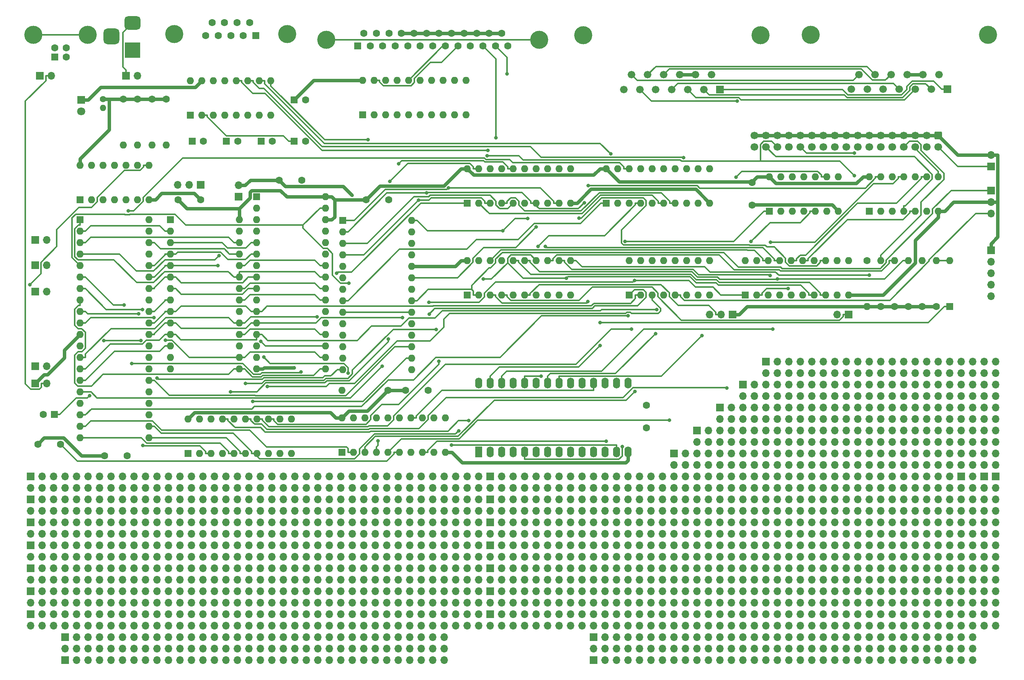
<source format=gtl>
G04 #@! TF.GenerationSoftware,KiCad,Pcbnew,8.0.3*
G04 #@! TF.CreationDate,2024-07-12T16:59:52+02:00*
G04 #@! TF.ProjectId,Sally2,53616c6c-7932-42e6-9b69-6361645f7063,rev?*
G04 #@! TF.SameCoordinates,Original*
G04 #@! TF.FileFunction,Copper,L1,Top*
G04 #@! TF.FilePolarity,Positive*
%FSLAX46Y46*%
G04 Gerber Fmt 4.6, Leading zero omitted, Abs format (unit mm)*
G04 Created by KiCad (PCBNEW 8.0.3) date 2024-07-12 16:59:52*
%MOMM*%
%LPD*%
G01*
G04 APERTURE LIST*
G04 Aperture macros list*
%AMRoundRect*
0 Rectangle with rounded corners*
0 $1 Rounding radius*
0 $2 $3 $4 $5 $6 $7 $8 $9 X,Y pos of 4 corners*
0 Add a 4 corners polygon primitive as box body*
4,1,4,$2,$3,$4,$5,$6,$7,$8,$9,$2,$3,0*
0 Add four circle primitives for the rounded corners*
1,1,$1+$1,$2,$3*
1,1,$1+$1,$4,$5*
1,1,$1+$1,$6,$7*
1,1,$1+$1,$8,$9*
0 Add four rect primitives between the rounded corners*
20,1,$1+$1,$2,$3,$4,$5,0*
20,1,$1+$1,$4,$5,$6,$7,0*
20,1,$1+$1,$6,$7,$8,$9,0*
20,1,$1+$1,$8,$9,$2,$3,0*%
G04 Aperture macros list end*
G04 #@! TA.AperFunction,ComponentPad*
%ADD10R,1.700000X1.700000*%
G04 #@! TD*
G04 #@! TA.AperFunction,ComponentPad*
%ADD11O,1.700000X1.700000*%
G04 #@! TD*
G04 #@! TA.AperFunction,ComponentPad*
%ADD12R,1.800000X1.800000*%
G04 #@! TD*
G04 #@! TA.AperFunction,ComponentPad*
%ADD13C,1.800000*%
G04 #@! TD*
G04 #@! TA.AperFunction,ComponentPad*
%ADD14C,1.600000*%
G04 #@! TD*
G04 #@! TA.AperFunction,ComponentPad*
%ADD15R,1.600000X1.600000*%
G04 #@! TD*
G04 #@! TA.AperFunction,ComponentPad*
%ADD16C,4.000000*%
G04 #@! TD*
G04 #@! TA.AperFunction,ComponentPad*
%ADD17O,1.600000X1.600000*%
G04 #@! TD*
G04 #@! TA.AperFunction,ComponentPad*
%ADD18C,1.676400*%
G04 #@! TD*
G04 #@! TA.AperFunction,ComponentPad*
%ADD19R,1.676400X1.676400*%
G04 #@! TD*
G04 #@! TA.AperFunction,ComponentPad*
%ADD20R,1.600000X2.400000*%
G04 #@! TD*
G04 #@! TA.AperFunction,ComponentPad*
%ADD21O,1.600000X2.400000*%
G04 #@! TD*
G04 #@! TA.AperFunction,ComponentPad*
%ADD22C,1.400000*%
G04 #@! TD*
G04 #@! TA.AperFunction,ComponentPad*
%ADD23O,1.400000X1.400000*%
G04 #@! TD*
G04 #@! TA.AperFunction,ComponentPad*
%ADD24RoundRect,0.250000X-0.600000X0.600000X-0.600000X-0.600000X0.600000X-0.600000X0.600000X0.600000X0*%
G04 #@! TD*
G04 #@! TA.AperFunction,ComponentPad*
%ADD25C,1.700000*%
G04 #@! TD*
G04 #@! TA.AperFunction,ComponentPad*
%ADD26R,3.500000X3.500000*%
G04 #@! TD*
G04 #@! TA.AperFunction,ComponentPad*
%ADD27RoundRect,0.750000X-1.000000X0.750000X-1.000000X-0.750000X1.000000X-0.750000X1.000000X0.750000X0*%
G04 #@! TD*
G04 #@! TA.AperFunction,ComponentPad*
%ADD28RoundRect,0.875000X-0.875000X0.875000X-0.875000X-0.875000X0.875000X-0.875000X0.875000X0.875000X0*%
G04 #@! TD*
G04 #@! TA.AperFunction,ViaPad*
%ADD29C,0.800000*%
G04 #@! TD*
G04 #@! TA.AperFunction,Conductor*
%ADD30C,0.350000*%
G04 #@! TD*
G04 #@! TA.AperFunction,Conductor*
%ADD31C,0.800000*%
G04 #@! TD*
G04 APERTURE END LIST*
D10*
X137414000Y-146812000D03*
D11*
X139954000Y-146812000D03*
X142494000Y-146812000D03*
X145034000Y-146812000D03*
X147574000Y-146812000D03*
X150114000Y-146812000D03*
X152654000Y-146812000D03*
X155194000Y-146812000D03*
X157734000Y-146812000D03*
X160274000Y-146812000D03*
X162814000Y-146812000D03*
X165354000Y-146812000D03*
X167894000Y-146812000D03*
X170434000Y-146812000D03*
X172974000Y-146812000D03*
X175514000Y-146812000D03*
X178054000Y-146812000D03*
X180594000Y-146812000D03*
X183134000Y-146812000D03*
X185674000Y-146812000D03*
X188214000Y-146812000D03*
X190754000Y-146812000D03*
X193294000Y-146812000D03*
X195834000Y-146812000D03*
X198374000Y-146812000D03*
X200914000Y-146812000D03*
X203454000Y-146812000D03*
X205994000Y-146812000D03*
X208534000Y-146812000D03*
X211074000Y-146812000D03*
X213614000Y-146812000D03*
X216154000Y-146812000D03*
X218694000Y-146812000D03*
X221234000Y-146812000D03*
D10*
X20574000Y-146812000D03*
D11*
X23114000Y-146812000D03*
X25654000Y-146812000D03*
X28194000Y-146812000D03*
X30734000Y-146812000D03*
X33274000Y-146812000D03*
X35814000Y-146812000D03*
X38354000Y-146812000D03*
X40894000Y-146812000D03*
X43434000Y-146812000D03*
X45974000Y-146812000D03*
X48514000Y-146812000D03*
X51054000Y-146812000D03*
X53594000Y-146812000D03*
X56134000Y-146812000D03*
X58674000Y-146812000D03*
X61214000Y-146812000D03*
X63754000Y-146812000D03*
X66294000Y-146812000D03*
X68834000Y-146812000D03*
X71374000Y-146812000D03*
X73914000Y-146812000D03*
X76454000Y-146812000D03*
X78994000Y-146812000D03*
X81534000Y-146812000D03*
X84074000Y-146812000D03*
X86614000Y-146812000D03*
X89154000Y-146812000D03*
X91694000Y-146812000D03*
X94234000Y-146812000D03*
X96774000Y-146812000D03*
X99314000Y-146812000D03*
X101854000Y-146812000D03*
X104394000Y-146812000D03*
D10*
X137414000Y-141732000D03*
D11*
X137414000Y-144272000D03*
X139954000Y-141732000D03*
X139954000Y-144272000D03*
X142494000Y-141732000D03*
X142494000Y-144272000D03*
X145034000Y-141732000D03*
X145034000Y-144272000D03*
X147574000Y-141732000D03*
X147574000Y-144272000D03*
X150114000Y-141732000D03*
X150114000Y-144272000D03*
X152654000Y-141732000D03*
X152654000Y-144272000D03*
X155194000Y-141732000D03*
X155194000Y-144272000D03*
X157734000Y-141732000D03*
X157734000Y-144272000D03*
X160274000Y-141732000D03*
X160274000Y-144272000D03*
X162814000Y-141732000D03*
X162814000Y-144272000D03*
X165354000Y-141732000D03*
X165354000Y-144272000D03*
X167894000Y-141732000D03*
X167894000Y-144272000D03*
X170434000Y-141732000D03*
X170434000Y-144272000D03*
X172974000Y-141732000D03*
X172974000Y-144272000D03*
X175514000Y-141732000D03*
X175514000Y-144272000D03*
X178054000Y-141732000D03*
X178054000Y-144272000D03*
X180594000Y-141732000D03*
X180594000Y-144272000D03*
X183134000Y-141732000D03*
X183134000Y-144272000D03*
X185674000Y-141732000D03*
X185674000Y-144272000D03*
X188214000Y-141732000D03*
X188214000Y-144272000D03*
X190754000Y-141732000D03*
X190754000Y-144272000D03*
X193294000Y-141732000D03*
X193294000Y-144272000D03*
X195834000Y-141732000D03*
X195834000Y-144272000D03*
X198374000Y-141732000D03*
X198374000Y-144272000D03*
X200914000Y-141732000D03*
X200914000Y-144272000D03*
X203454000Y-141732000D03*
X203454000Y-144272000D03*
X205994000Y-141732000D03*
X205994000Y-144272000D03*
X208534000Y-141732000D03*
X208534000Y-144272000D03*
X211074000Y-141732000D03*
X211074000Y-144272000D03*
X213614000Y-141732000D03*
X213614000Y-144272000D03*
X216154000Y-141732000D03*
X216154000Y-144272000D03*
X218694000Y-141732000D03*
X218694000Y-144272000D03*
X221234000Y-141732000D03*
X221234000Y-144272000D03*
D10*
X20574000Y-141732000D03*
D11*
X20574000Y-144272000D03*
X23114000Y-141732000D03*
X23114000Y-144272000D03*
X25654000Y-141732000D03*
X25654000Y-144272000D03*
X28194000Y-141732000D03*
X28194000Y-144272000D03*
X30734000Y-141732000D03*
X30734000Y-144272000D03*
X33274000Y-141732000D03*
X33274000Y-144272000D03*
X35814000Y-141732000D03*
X35814000Y-144272000D03*
X38354000Y-141732000D03*
X38354000Y-144272000D03*
X40894000Y-141732000D03*
X40894000Y-144272000D03*
X43434000Y-141732000D03*
X43434000Y-144272000D03*
X45974000Y-141732000D03*
X45974000Y-144272000D03*
X48514000Y-141732000D03*
X48514000Y-144272000D03*
X51054000Y-141732000D03*
X51054000Y-144272000D03*
X53594000Y-141732000D03*
X53594000Y-144272000D03*
X56134000Y-141732000D03*
X56134000Y-144272000D03*
X58674000Y-141732000D03*
X58674000Y-144272000D03*
X61214000Y-141732000D03*
X61214000Y-144272000D03*
X63754000Y-141732000D03*
X63754000Y-144272000D03*
X66294000Y-141732000D03*
X66294000Y-144272000D03*
X68834000Y-141732000D03*
X68834000Y-144272000D03*
X71374000Y-141732000D03*
X71374000Y-144272000D03*
X73914000Y-141732000D03*
X73914000Y-144272000D03*
X76454000Y-141732000D03*
X76454000Y-144272000D03*
X78994000Y-141732000D03*
X78994000Y-144272000D03*
X81534000Y-141732000D03*
X81534000Y-144272000D03*
X84074000Y-141732000D03*
X84074000Y-144272000D03*
X86614000Y-141732000D03*
X86614000Y-144272000D03*
X89154000Y-141732000D03*
X89154000Y-144272000D03*
X91694000Y-141732000D03*
X91694000Y-144272000D03*
X94234000Y-141732000D03*
X94234000Y-144272000D03*
X96774000Y-141732000D03*
X96774000Y-144272000D03*
X99314000Y-141732000D03*
X99314000Y-144272000D03*
X101854000Y-141732000D03*
X101854000Y-144272000D03*
X104394000Y-141732000D03*
X104394000Y-144272000D03*
D10*
X226314000Y-106172000D03*
D11*
X226314000Y-108712000D03*
X226314000Y-111252000D03*
X226314000Y-113792000D03*
X226314000Y-116332000D03*
X226314000Y-118872000D03*
X226314000Y-121412000D03*
X226314000Y-123952000D03*
X226314000Y-126492000D03*
X226314000Y-129032000D03*
X226314000Y-131572000D03*
X226314000Y-134112000D03*
X226314000Y-136652000D03*
X226314000Y-139192000D03*
D10*
X223774000Y-106172000D03*
D11*
X221234000Y-106172000D03*
X223774000Y-108712000D03*
X221234000Y-108712000D03*
X223774000Y-111252000D03*
X221234000Y-111252000D03*
X223774000Y-113792000D03*
X221234000Y-113792000D03*
X223774000Y-116332000D03*
X221234000Y-116332000D03*
X223774000Y-118872000D03*
X221234000Y-118872000D03*
X223774000Y-121412000D03*
X221234000Y-121412000D03*
X223774000Y-123952000D03*
X221234000Y-123952000D03*
X223774000Y-126492000D03*
X221234000Y-126492000D03*
X223774000Y-129032000D03*
X221234000Y-129032000D03*
X223774000Y-131572000D03*
X221234000Y-131572000D03*
X223774000Y-134112000D03*
X221234000Y-134112000D03*
X223774000Y-136652000D03*
X221234000Y-136652000D03*
X223774000Y-139192000D03*
X221234000Y-139192000D03*
D10*
X218694000Y-106172000D03*
D11*
X216154000Y-106172000D03*
X218694000Y-108712000D03*
X216154000Y-108712000D03*
X218694000Y-111252000D03*
X216154000Y-111252000D03*
X218694000Y-113792000D03*
X216154000Y-113792000D03*
X218694000Y-116332000D03*
X216154000Y-116332000D03*
X218694000Y-118872000D03*
X216154000Y-118872000D03*
X218694000Y-121412000D03*
X216154000Y-121412000D03*
X218694000Y-123952000D03*
X216154000Y-123952000D03*
X218694000Y-126492000D03*
X216154000Y-126492000D03*
X218694000Y-129032000D03*
X216154000Y-129032000D03*
X218694000Y-131572000D03*
X216154000Y-131572000D03*
X218694000Y-134112000D03*
X216154000Y-134112000D03*
X218694000Y-136652000D03*
X216154000Y-136652000D03*
X218694000Y-139192000D03*
X216154000Y-139192000D03*
D10*
X175514000Y-80772000D03*
D11*
X175514000Y-83312000D03*
X178054000Y-80772000D03*
X178054000Y-83312000D03*
X180594000Y-80772000D03*
X180594000Y-83312000D03*
X183134000Y-80772000D03*
X183134000Y-83312000D03*
X185674000Y-80772000D03*
X185674000Y-83312000D03*
X188214000Y-80772000D03*
X188214000Y-83312000D03*
X190754000Y-80772000D03*
X190754000Y-83312000D03*
X193294000Y-80772000D03*
X193294000Y-83312000D03*
X195834000Y-80772000D03*
X195834000Y-83312000D03*
X198374000Y-80772000D03*
X198374000Y-83312000D03*
X200914000Y-80772000D03*
X200914000Y-83312000D03*
X203454000Y-80772000D03*
X203454000Y-83312000D03*
X205994000Y-80772000D03*
X205994000Y-83312000D03*
X208534000Y-80772000D03*
X208534000Y-83312000D03*
X211074000Y-80772000D03*
X211074000Y-83312000D03*
X213614000Y-80772000D03*
X213614000Y-83312000D03*
X216154000Y-80772000D03*
X216154000Y-83312000D03*
X218694000Y-80772000D03*
X218694000Y-83312000D03*
X221234000Y-80772000D03*
X221234000Y-83312000D03*
X223774000Y-80772000D03*
X223774000Y-83312000D03*
X226314000Y-80772000D03*
X226314000Y-83312000D03*
D10*
X170434000Y-85852000D03*
D11*
X170434000Y-88392000D03*
X172974000Y-85852000D03*
X172974000Y-88392000D03*
X175514000Y-85852000D03*
X175514000Y-88392000D03*
X178054000Y-85852000D03*
X178054000Y-88392000D03*
X180594000Y-85852000D03*
X180594000Y-88392000D03*
X183134000Y-85852000D03*
X183134000Y-88392000D03*
X185674000Y-85852000D03*
X185674000Y-88392000D03*
X188214000Y-85852000D03*
X188214000Y-88392000D03*
X190754000Y-85852000D03*
X190754000Y-88392000D03*
X193294000Y-85852000D03*
X193294000Y-88392000D03*
X195834000Y-85852000D03*
X195834000Y-88392000D03*
X198374000Y-85852000D03*
X198374000Y-88392000D03*
X200914000Y-85852000D03*
X200914000Y-88392000D03*
X203454000Y-85852000D03*
X203454000Y-88392000D03*
X205994000Y-85852000D03*
X205994000Y-88392000D03*
X208534000Y-85852000D03*
X208534000Y-88392000D03*
X211074000Y-85852000D03*
X211074000Y-88392000D03*
X213614000Y-85852000D03*
X213614000Y-88392000D03*
X216154000Y-85852000D03*
X216154000Y-88392000D03*
X218694000Y-85852000D03*
X218694000Y-88392000D03*
X221234000Y-85852000D03*
X221234000Y-88392000D03*
X223774000Y-85852000D03*
X223774000Y-88392000D03*
X226314000Y-85852000D03*
X226314000Y-88392000D03*
D10*
X165354000Y-90932000D03*
D11*
X165354000Y-93472000D03*
X167894000Y-90932000D03*
X167894000Y-93472000D03*
X170434000Y-90932000D03*
X170434000Y-93472000D03*
X172974000Y-90932000D03*
X172974000Y-93472000D03*
X175514000Y-90932000D03*
X175514000Y-93472000D03*
X178054000Y-90932000D03*
X178054000Y-93472000D03*
X180594000Y-90932000D03*
X180594000Y-93472000D03*
X183134000Y-90932000D03*
X183134000Y-93472000D03*
X185674000Y-90932000D03*
X185674000Y-93472000D03*
X188214000Y-90932000D03*
X188214000Y-93472000D03*
X190754000Y-90932000D03*
X190754000Y-93472000D03*
X193294000Y-90932000D03*
X193294000Y-93472000D03*
X195834000Y-90932000D03*
X195834000Y-93472000D03*
X198374000Y-90932000D03*
X198374000Y-93472000D03*
X200914000Y-90932000D03*
X200914000Y-93472000D03*
X203454000Y-90932000D03*
X203454000Y-93472000D03*
X205994000Y-90932000D03*
X205994000Y-93472000D03*
X208534000Y-90932000D03*
X208534000Y-93472000D03*
X211074000Y-90932000D03*
X211074000Y-93472000D03*
X213614000Y-90932000D03*
X213614000Y-93472000D03*
X216154000Y-90932000D03*
X216154000Y-93472000D03*
X218694000Y-90932000D03*
X218694000Y-93472000D03*
X221234000Y-90932000D03*
X221234000Y-93472000D03*
X223774000Y-90932000D03*
X223774000Y-93472000D03*
X226314000Y-90932000D03*
X226314000Y-93472000D03*
D10*
X160274000Y-96012000D03*
D11*
X160274000Y-98552000D03*
X162814000Y-96012000D03*
X162814000Y-98552000D03*
X165354000Y-96012000D03*
X165354000Y-98552000D03*
X167894000Y-96012000D03*
X167894000Y-98552000D03*
X170434000Y-96012000D03*
X170434000Y-98552000D03*
X172974000Y-96012000D03*
X172974000Y-98552000D03*
X175514000Y-96012000D03*
X175514000Y-98552000D03*
X178054000Y-96012000D03*
X178054000Y-98552000D03*
X180594000Y-96012000D03*
X180594000Y-98552000D03*
X183134000Y-96012000D03*
X183134000Y-98552000D03*
X185674000Y-96012000D03*
X185674000Y-98552000D03*
X188214000Y-96012000D03*
X188214000Y-98552000D03*
X190754000Y-96012000D03*
X190754000Y-98552000D03*
X193294000Y-96012000D03*
X193294000Y-98552000D03*
X195834000Y-96012000D03*
X195834000Y-98552000D03*
X198374000Y-96012000D03*
X198374000Y-98552000D03*
X200914000Y-96012000D03*
X200914000Y-98552000D03*
X203454000Y-96012000D03*
X203454000Y-98552000D03*
X205994000Y-96012000D03*
X205994000Y-98552000D03*
X208534000Y-96012000D03*
X208534000Y-98552000D03*
X211074000Y-96012000D03*
X211074000Y-98552000D03*
X213614000Y-96012000D03*
X213614000Y-98552000D03*
X216154000Y-96012000D03*
X216154000Y-98552000D03*
X218694000Y-96012000D03*
X218694000Y-98552000D03*
X221234000Y-96012000D03*
X221234000Y-98552000D03*
X223774000Y-96012000D03*
X223774000Y-98552000D03*
X226314000Y-96012000D03*
X226314000Y-98552000D03*
D10*
X155194000Y-101092000D03*
D11*
X155194000Y-103632000D03*
X157734000Y-101092000D03*
X157734000Y-103632000D03*
X160274000Y-101092000D03*
X160274000Y-103632000D03*
X162814000Y-101092000D03*
X162814000Y-103632000D03*
X165354000Y-101092000D03*
X165354000Y-103632000D03*
X167894000Y-101092000D03*
X167894000Y-103632000D03*
X170434000Y-101092000D03*
X170434000Y-103632000D03*
X172974000Y-101092000D03*
X172974000Y-103632000D03*
X175514000Y-101092000D03*
X175514000Y-103632000D03*
X178054000Y-101092000D03*
X178054000Y-103632000D03*
X180594000Y-101092000D03*
X180594000Y-103632000D03*
X183134000Y-101092000D03*
X183134000Y-103632000D03*
X185674000Y-101092000D03*
X185674000Y-103632000D03*
X188214000Y-101092000D03*
X188214000Y-103632000D03*
X190754000Y-101092000D03*
X190754000Y-103632000D03*
X193294000Y-101092000D03*
X193294000Y-103632000D03*
X195834000Y-101092000D03*
X195834000Y-103632000D03*
X198374000Y-101092000D03*
X198374000Y-103632000D03*
X200914000Y-101092000D03*
X200914000Y-103632000D03*
X203454000Y-101092000D03*
X203454000Y-103632000D03*
X205994000Y-101092000D03*
X205994000Y-103632000D03*
X208534000Y-101092000D03*
X208534000Y-103632000D03*
X211074000Y-101092000D03*
X211074000Y-103632000D03*
X213614000Y-101092000D03*
X213614000Y-103632000D03*
X216154000Y-101092000D03*
X216154000Y-103632000D03*
X218694000Y-101092000D03*
X218694000Y-103632000D03*
X221234000Y-101092000D03*
X221234000Y-103632000D03*
X223774000Y-101092000D03*
X223774000Y-103632000D03*
X226314000Y-101092000D03*
X226314000Y-103632000D03*
X213614000Y-113792000D03*
X213614000Y-111252000D03*
X211074000Y-113792000D03*
X211074000Y-111252000D03*
X208534000Y-113792000D03*
X208534000Y-111252000D03*
X205994000Y-113792000D03*
X205994000Y-111252000D03*
X203454000Y-113792000D03*
X203454000Y-111252000D03*
X200914000Y-113792000D03*
X200914000Y-111252000D03*
X198374000Y-113792000D03*
X198374000Y-111252000D03*
X195834000Y-113792000D03*
X195834000Y-111252000D03*
X193294000Y-113792000D03*
X193294000Y-111252000D03*
X190754000Y-113792000D03*
X190754000Y-111252000D03*
X188214000Y-113792000D03*
X188214000Y-111252000D03*
X185674000Y-113792000D03*
X185674000Y-111252000D03*
X183134000Y-113792000D03*
X183134000Y-111252000D03*
X180594000Y-113792000D03*
X180594000Y-111252000D03*
X178054000Y-113792000D03*
X178054000Y-111252000D03*
X175514000Y-113792000D03*
X175514000Y-111252000D03*
X172974000Y-113792000D03*
X172974000Y-111252000D03*
X170434000Y-113792000D03*
X170434000Y-111252000D03*
X167894000Y-113792000D03*
X167894000Y-111252000D03*
X165354000Y-113792000D03*
X165354000Y-111252000D03*
X162814000Y-113792000D03*
X162814000Y-111252000D03*
X160274000Y-113792000D03*
X160274000Y-111252000D03*
X157734000Y-113792000D03*
X157734000Y-111252000D03*
X155194000Y-113792000D03*
X155194000Y-111252000D03*
X152654000Y-113792000D03*
X152654000Y-111252000D03*
X150114000Y-113792000D03*
X150114000Y-111252000D03*
X147574000Y-113792000D03*
X147574000Y-111252000D03*
X145034000Y-113792000D03*
X145034000Y-111252000D03*
X142494000Y-113792000D03*
X142494000Y-111252000D03*
X139954000Y-113792000D03*
X139954000Y-111252000D03*
X137414000Y-113792000D03*
X137414000Y-111252000D03*
X134874000Y-113792000D03*
X134874000Y-111252000D03*
X132334000Y-113792000D03*
X132334000Y-111252000D03*
X129794000Y-113792000D03*
X129794000Y-111252000D03*
X127254000Y-113792000D03*
X127254000Y-111252000D03*
X124714000Y-113792000D03*
X124714000Y-111252000D03*
X122174000Y-113792000D03*
X122174000Y-111252000D03*
X119634000Y-113792000D03*
X119634000Y-111252000D03*
X117094000Y-113792000D03*
X117094000Y-111252000D03*
X114554000Y-113792000D03*
D10*
X114554000Y-111252000D03*
D11*
X112014000Y-108712000D03*
X112014000Y-106172000D03*
X109474000Y-108712000D03*
X109474000Y-106172000D03*
X106934000Y-108712000D03*
X106934000Y-106172000D03*
X104394000Y-108712000D03*
X104394000Y-106172000D03*
X101854000Y-108712000D03*
X101854000Y-106172000D03*
X99314000Y-108712000D03*
X99314000Y-106172000D03*
X96774000Y-108712000D03*
X96774000Y-106172000D03*
X94234000Y-108712000D03*
X94234000Y-106172000D03*
X91694000Y-108712000D03*
X91694000Y-106172000D03*
X89154000Y-108712000D03*
X89154000Y-106172000D03*
X86614000Y-108712000D03*
X86614000Y-106172000D03*
X84074000Y-108712000D03*
X84074000Y-106172000D03*
X81534000Y-108712000D03*
X81534000Y-106172000D03*
X78994000Y-108712000D03*
X78994000Y-106172000D03*
X76454000Y-108712000D03*
X76454000Y-106172000D03*
X73914000Y-108712000D03*
X73914000Y-106172000D03*
X71374000Y-108712000D03*
X71374000Y-106172000D03*
X68834000Y-108712000D03*
X68834000Y-106172000D03*
X66294000Y-108712000D03*
X66294000Y-106172000D03*
X63754000Y-108712000D03*
X63754000Y-106172000D03*
X61214000Y-108712000D03*
X61214000Y-106172000D03*
X58674000Y-108712000D03*
X58674000Y-106172000D03*
X56134000Y-108712000D03*
X56134000Y-106172000D03*
X53594000Y-108712000D03*
X53594000Y-106172000D03*
X51054000Y-108712000D03*
X51054000Y-106172000D03*
X48514000Y-108712000D03*
X48514000Y-106172000D03*
X45974000Y-108712000D03*
X45974000Y-106172000D03*
X43434000Y-108712000D03*
X43434000Y-106172000D03*
X40894000Y-108712000D03*
X40894000Y-106172000D03*
X38354000Y-108712000D03*
X38354000Y-106172000D03*
X35814000Y-108712000D03*
X35814000Y-106172000D03*
X33274000Y-108712000D03*
X33274000Y-106172000D03*
X30734000Y-108712000D03*
X30734000Y-106172000D03*
X28194000Y-108712000D03*
X28194000Y-106172000D03*
X25654000Y-108712000D03*
X25654000Y-106172000D03*
X23114000Y-108712000D03*
X23114000Y-106172000D03*
X20574000Y-108712000D03*
X20574000Y-106172000D03*
X18034000Y-108712000D03*
X18034000Y-106172000D03*
X15494000Y-108712000D03*
X15494000Y-106172000D03*
X12954000Y-108712000D03*
D10*
X12954000Y-106172000D03*
D11*
X112014000Y-113792000D03*
X112014000Y-111252000D03*
X109474000Y-113792000D03*
X109474000Y-111252000D03*
X106934000Y-113792000D03*
X106934000Y-111252000D03*
X104394000Y-113792000D03*
X104394000Y-111252000D03*
X101854000Y-113792000D03*
X101854000Y-111252000D03*
X99314000Y-113792000D03*
X99314000Y-111252000D03*
X96774000Y-113792000D03*
X96774000Y-111252000D03*
X94234000Y-113792000D03*
X94234000Y-111252000D03*
X91694000Y-113792000D03*
X91694000Y-111252000D03*
X89154000Y-113792000D03*
X89154000Y-111252000D03*
X86614000Y-113792000D03*
X86614000Y-111252000D03*
X84074000Y-113792000D03*
X84074000Y-111252000D03*
X81534000Y-113792000D03*
X81534000Y-111252000D03*
X78994000Y-113792000D03*
X78994000Y-111252000D03*
X76454000Y-113792000D03*
X76454000Y-111252000D03*
X73914000Y-113792000D03*
X73914000Y-111252000D03*
X71374000Y-113792000D03*
X71374000Y-111252000D03*
X68834000Y-113792000D03*
X68834000Y-111252000D03*
X66294000Y-113792000D03*
X66294000Y-111252000D03*
X63754000Y-113792000D03*
X63754000Y-111252000D03*
X61214000Y-113792000D03*
X61214000Y-111252000D03*
X58674000Y-113792000D03*
X58674000Y-111252000D03*
X56134000Y-113792000D03*
X56134000Y-111252000D03*
X53594000Y-113792000D03*
X53594000Y-111252000D03*
X51054000Y-113792000D03*
X51054000Y-111252000D03*
X48514000Y-113792000D03*
X48514000Y-111252000D03*
X45974000Y-113792000D03*
X45974000Y-111252000D03*
X43434000Y-113792000D03*
X43434000Y-111252000D03*
X40894000Y-113792000D03*
X40894000Y-111252000D03*
X38354000Y-113792000D03*
X38354000Y-111252000D03*
X35814000Y-113792000D03*
X35814000Y-111252000D03*
X33274000Y-113792000D03*
X33274000Y-111252000D03*
X30734000Y-113792000D03*
X30734000Y-111252000D03*
X28194000Y-113792000D03*
X28194000Y-111252000D03*
X25654000Y-113792000D03*
X25654000Y-111252000D03*
X23114000Y-113792000D03*
X23114000Y-111252000D03*
X20574000Y-113792000D03*
X20574000Y-111252000D03*
X18034000Y-113792000D03*
X18034000Y-111252000D03*
X15494000Y-113792000D03*
X15494000Y-111252000D03*
X12954000Y-113792000D03*
D10*
X12954000Y-111252000D03*
X12954000Y-116332000D03*
D11*
X12954000Y-118872000D03*
X15494000Y-116332000D03*
X15494000Y-118872000D03*
X18034000Y-116332000D03*
X18034000Y-118872000D03*
X20574000Y-116332000D03*
X20574000Y-118872000D03*
X23114000Y-116332000D03*
X23114000Y-118872000D03*
X25654000Y-116332000D03*
X25654000Y-118872000D03*
X28194000Y-116332000D03*
X28194000Y-118872000D03*
X30734000Y-116332000D03*
X30734000Y-118872000D03*
X33274000Y-116332000D03*
X33274000Y-118872000D03*
X35814000Y-116332000D03*
X35814000Y-118872000D03*
X38354000Y-116332000D03*
X38354000Y-118872000D03*
X40894000Y-116332000D03*
X40894000Y-118872000D03*
X43434000Y-116332000D03*
X43434000Y-118872000D03*
X45974000Y-116332000D03*
X45974000Y-118872000D03*
X48514000Y-116332000D03*
X48514000Y-118872000D03*
X51054000Y-116332000D03*
X51054000Y-118872000D03*
X53594000Y-116332000D03*
X53594000Y-118872000D03*
X56134000Y-116332000D03*
X56134000Y-118872000D03*
X58674000Y-116332000D03*
X58674000Y-118872000D03*
X61214000Y-116332000D03*
X61214000Y-118872000D03*
X63754000Y-116332000D03*
X63754000Y-118872000D03*
X66294000Y-116332000D03*
X66294000Y-118872000D03*
X68834000Y-116332000D03*
X68834000Y-118872000D03*
X71374000Y-116332000D03*
X71374000Y-118872000D03*
X73914000Y-116332000D03*
X73914000Y-118872000D03*
X76454000Y-116332000D03*
X76454000Y-118872000D03*
X78994000Y-116332000D03*
X78994000Y-118872000D03*
X81534000Y-116332000D03*
X81534000Y-118872000D03*
X84074000Y-116332000D03*
X84074000Y-118872000D03*
X86614000Y-116332000D03*
X86614000Y-118872000D03*
X89154000Y-116332000D03*
X89154000Y-118872000D03*
X91694000Y-116332000D03*
X91694000Y-118872000D03*
X94234000Y-116332000D03*
X94234000Y-118872000D03*
X96774000Y-116332000D03*
X96774000Y-118872000D03*
X99314000Y-116332000D03*
X99314000Y-118872000D03*
X101854000Y-116332000D03*
X101854000Y-118872000D03*
X104394000Y-116332000D03*
X104394000Y-118872000D03*
X106934000Y-116332000D03*
X106934000Y-118872000D03*
X109474000Y-116332000D03*
X109474000Y-118872000D03*
X112014000Y-116332000D03*
X112014000Y-118872000D03*
X213614000Y-108712000D03*
X213614000Y-106172000D03*
X211074000Y-108712000D03*
X211074000Y-106172000D03*
X208534000Y-108712000D03*
X208534000Y-106172000D03*
X205994000Y-108712000D03*
X205994000Y-106172000D03*
X203454000Y-108712000D03*
X203454000Y-106172000D03*
X200914000Y-108712000D03*
X200914000Y-106172000D03*
X198374000Y-108712000D03*
X198374000Y-106172000D03*
X195834000Y-108712000D03*
X195834000Y-106172000D03*
X193294000Y-108712000D03*
X193294000Y-106172000D03*
X190754000Y-108712000D03*
X190754000Y-106172000D03*
X188214000Y-108712000D03*
X188214000Y-106172000D03*
X185674000Y-108712000D03*
X185674000Y-106172000D03*
X183134000Y-108712000D03*
X183134000Y-106172000D03*
X180594000Y-108712000D03*
X180594000Y-106172000D03*
X178054000Y-108712000D03*
X178054000Y-106172000D03*
X175514000Y-108712000D03*
X175514000Y-106172000D03*
X172974000Y-108712000D03*
X172974000Y-106172000D03*
X170434000Y-108712000D03*
X170434000Y-106172000D03*
X167894000Y-108712000D03*
X167894000Y-106172000D03*
X165354000Y-108712000D03*
X165354000Y-106172000D03*
X162814000Y-108712000D03*
X162814000Y-106172000D03*
X160274000Y-108712000D03*
X160274000Y-106172000D03*
X157734000Y-108712000D03*
X157734000Y-106172000D03*
X155194000Y-108712000D03*
X155194000Y-106172000D03*
X152654000Y-108712000D03*
X152654000Y-106172000D03*
X150114000Y-108712000D03*
X150114000Y-106172000D03*
X147574000Y-108712000D03*
X147574000Y-106172000D03*
X145034000Y-108712000D03*
X145034000Y-106172000D03*
X142494000Y-108712000D03*
X142494000Y-106172000D03*
X139954000Y-108712000D03*
X139954000Y-106172000D03*
X137414000Y-108712000D03*
X137414000Y-106172000D03*
X134874000Y-108712000D03*
X134874000Y-106172000D03*
X132334000Y-108712000D03*
X132334000Y-106172000D03*
X129794000Y-108712000D03*
X129794000Y-106172000D03*
X127254000Y-108712000D03*
X127254000Y-106172000D03*
X124714000Y-108712000D03*
X124714000Y-106172000D03*
X122174000Y-108712000D03*
X122174000Y-106172000D03*
X119634000Y-108712000D03*
X119634000Y-106172000D03*
X117094000Y-108712000D03*
X117094000Y-106172000D03*
X114554000Y-108712000D03*
D10*
X114554000Y-106172000D03*
X114554000Y-116332000D03*
D11*
X114554000Y-118872000D03*
X117094000Y-116332000D03*
X117094000Y-118872000D03*
X119634000Y-116332000D03*
X119634000Y-118872000D03*
X122174000Y-116332000D03*
X122174000Y-118872000D03*
X124714000Y-116332000D03*
X124714000Y-118872000D03*
X127254000Y-116332000D03*
X127254000Y-118872000D03*
X129794000Y-116332000D03*
X129794000Y-118872000D03*
X132334000Y-116332000D03*
X132334000Y-118872000D03*
X134874000Y-116332000D03*
X134874000Y-118872000D03*
X137414000Y-116332000D03*
X137414000Y-118872000D03*
X139954000Y-116332000D03*
X139954000Y-118872000D03*
X142494000Y-116332000D03*
X142494000Y-118872000D03*
X145034000Y-116332000D03*
X145034000Y-118872000D03*
X147574000Y-116332000D03*
X147574000Y-118872000D03*
X150114000Y-116332000D03*
X150114000Y-118872000D03*
X152654000Y-116332000D03*
X152654000Y-118872000D03*
X155194000Y-116332000D03*
X155194000Y-118872000D03*
X157734000Y-116332000D03*
X157734000Y-118872000D03*
X160274000Y-116332000D03*
X160274000Y-118872000D03*
X162814000Y-116332000D03*
X162814000Y-118872000D03*
X165354000Y-116332000D03*
X165354000Y-118872000D03*
X167894000Y-116332000D03*
X167894000Y-118872000D03*
X170434000Y-116332000D03*
X170434000Y-118872000D03*
X172974000Y-116332000D03*
X172974000Y-118872000D03*
X175514000Y-116332000D03*
X175514000Y-118872000D03*
X178054000Y-116332000D03*
X178054000Y-118872000D03*
X180594000Y-116332000D03*
X180594000Y-118872000D03*
X183134000Y-116332000D03*
X183134000Y-118872000D03*
X185674000Y-116332000D03*
X185674000Y-118872000D03*
X188214000Y-116332000D03*
X188214000Y-118872000D03*
X190754000Y-116332000D03*
X190754000Y-118872000D03*
X193294000Y-116332000D03*
X193294000Y-118872000D03*
X195834000Y-116332000D03*
X195834000Y-118872000D03*
X198374000Y-116332000D03*
X198374000Y-118872000D03*
X200914000Y-116332000D03*
X200914000Y-118872000D03*
X203454000Y-116332000D03*
X203454000Y-118872000D03*
X205994000Y-116332000D03*
X205994000Y-118872000D03*
X208534000Y-116332000D03*
X208534000Y-118872000D03*
X211074000Y-116332000D03*
X211074000Y-118872000D03*
X213614000Y-116332000D03*
X213614000Y-118872000D03*
X112014000Y-123952000D03*
X112014000Y-121412000D03*
X109474000Y-123952000D03*
X109474000Y-121412000D03*
X106934000Y-123952000D03*
X106934000Y-121412000D03*
X104394000Y-123952000D03*
X104394000Y-121412000D03*
X101854000Y-123952000D03*
X101854000Y-121412000D03*
X99314000Y-123952000D03*
X99314000Y-121412000D03*
X96774000Y-123952000D03*
X96774000Y-121412000D03*
X94234000Y-123952000D03*
X94234000Y-121412000D03*
X91694000Y-123952000D03*
X91694000Y-121412000D03*
X89154000Y-123952000D03*
X89154000Y-121412000D03*
X86614000Y-123952000D03*
X86614000Y-121412000D03*
X84074000Y-123952000D03*
X84074000Y-121412000D03*
X81534000Y-123952000D03*
X81534000Y-121412000D03*
X78994000Y-123952000D03*
X78994000Y-121412000D03*
X76454000Y-123952000D03*
X76454000Y-121412000D03*
X73914000Y-123952000D03*
X73914000Y-121412000D03*
X71374000Y-123952000D03*
X71374000Y-121412000D03*
X68834000Y-123952000D03*
X68834000Y-121412000D03*
X66294000Y-123952000D03*
X66294000Y-121412000D03*
X63754000Y-123952000D03*
X63754000Y-121412000D03*
X61214000Y-123952000D03*
X61214000Y-121412000D03*
X58674000Y-123952000D03*
X58674000Y-121412000D03*
X56134000Y-123952000D03*
X56134000Y-121412000D03*
X53594000Y-123952000D03*
X53594000Y-121412000D03*
X51054000Y-123952000D03*
X51054000Y-121412000D03*
X48514000Y-123952000D03*
X48514000Y-121412000D03*
X45974000Y-123952000D03*
X45974000Y-121412000D03*
X43434000Y-123952000D03*
X43434000Y-121412000D03*
X40894000Y-123952000D03*
X40894000Y-121412000D03*
X38354000Y-123952000D03*
X38354000Y-121412000D03*
X35814000Y-123952000D03*
X35814000Y-121412000D03*
X33274000Y-123952000D03*
X33274000Y-121412000D03*
X30734000Y-123952000D03*
X30734000Y-121412000D03*
X28194000Y-123952000D03*
X28194000Y-121412000D03*
X25654000Y-123952000D03*
X25654000Y-121412000D03*
X23114000Y-123952000D03*
X23114000Y-121412000D03*
X20574000Y-123952000D03*
X20574000Y-121412000D03*
X18034000Y-123952000D03*
X18034000Y-121412000D03*
X15494000Y-123952000D03*
X15494000Y-121412000D03*
X12954000Y-123952000D03*
D10*
X12954000Y-121412000D03*
D11*
X213614000Y-129032000D03*
X213614000Y-126492000D03*
X211074000Y-129032000D03*
X211074000Y-126492000D03*
X208534000Y-129032000D03*
X208534000Y-126492000D03*
X205994000Y-129032000D03*
X205994000Y-126492000D03*
X203454000Y-129032000D03*
X203454000Y-126492000D03*
X200914000Y-129032000D03*
X200914000Y-126492000D03*
X198374000Y-129032000D03*
X198374000Y-126492000D03*
X195834000Y-129032000D03*
X195834000Y-126492000D03*
X193294000Y-129032000D03*
X193294000Y-126492000D03*
X190754000Y-129032000D03*
X190754000Y-126492000D03*
X188214000Y-129032000D03*
X188214000Y-126492000D03*
X185674000Y-129032000D03*
X185674000Y-126492000D03*
X183134000Y-129032000D03*
X183134000Y-126492000D03*
X180594000Y-129032000D03*
X180594000Y-126492000D03*
X178054000Y-129032000D03*
X178054000Y-126492000D03*
X175514000Y-129032000D03*
X175514000Y-126492000D03*
X172974000Y-129032000D03*
X172974000Y-126492000D03*
X170434000Y-129032000D03*
X170434000Y-126492000D03*
X167894000Y-129032000D03*
X167894000Y-126492000D03*
X165354000Y-129032000D03*
X165354000Y-126492000D03*
X162814000Y-129032000D03*
X162814000Y-126492000D03*
X160274000Y-129032000D03*
X160274000Y-126492000D03*
X157734000Y-129032000D03*
X157734000Y-126492000D03*
X155194000Y-129032000D03*
X155194000Y-126492000D03*
X152654000Y-129032000D03*
X152654000Y-126492000D03*
X150114000Y-129032000D03*
X150114000Y-126492000D03*
X147574000Y-129032000D03*
X147574000Y-126492000D03*
X145034000Y-129032000D03*
X145034000Y-126492000D03*
X142494000Y-129032000D03*
X142494000Y-126492000D03*
X139954000Y-129032000D03*
X139954000Y-126492000D03*
X137414000Y-129032000D03*
X137414000Y-126492000D03*
X134874000Y-129032000D03*
X134874000Y-126492000D03*
X132334000Y-129032000D03*
X132334000Y-126492000D03*
X129794000Y-129032000D03*
X129794000Y-126492000D03*
X127254000Y-129032000D03*
X127254000Y-126492000D03*
X124714000Y-129032000D03*
X124714000Y-126492000D03*
X122174000Y-129032000D03*
X122174000Y-126492000D03*
X119634000Y-129032000D03*
X119634000Y-126492000D03*
X117094000Y-129032000D03*
X117094000Y-126492000D03*
X114554000Y-129032000D03*
D10*
X114554000Y-126492000D03*
D11*
X213614000Y-123952000D03*
X213614000Y-121412000D03*
X211074000Y-123952000D03*
X211074000Y-121412000D03*
X208534000Y-123952000D03*
X208534000Y-121412000D03*
X205994000Y-123952000D03*
X205994000Y-121412000D03*
X203454000Y-123952000D03*
X203454000Y-121412000D03*
X200914000Y-123952000D03*
X200914000Y-121412000D03*
X198374000Y-123952000D03*
X198374000Y-121412000D03*
X195834000Y-123952000D03*
X195834000Y-121412000D03*
X193294000Y-123952000D03*
X193294000Y-121412000D03*
X190754000Y-123952000D03*
X190754000Y-121412000D03*
X188214000Y-123952000D03*
X188214000Y-121412000D03*
X185674000Y-123952000D03*
X185674000Y-121412000D03*
X183134000Y-123952000D03*
X183134000Y-121412000D03*
X180594000Y-123952000D03*
X180594000Y-121412000D03*
X178054000Y-123952000D03*
X178054000Y-121412000D03*
X175514000Y-123952000D03*
X175514000Y-121412000D03*
X172974000Y-123952000D03*
X172974000Y-121412000D03*
X170434000Y-123952000D03*
X170434000Y-121412000D03*
X167894000Y-123952000D03*
X167894000Y-121412000D03*
X165354000Y-123952000D03*
X165354000Y-121412000D03*
X162814000Y-123952000D03*
X162814000Y-121412000D03*
X160274000Y-123952000D03*
X160274000Y-121412000D03*
X157734000Y-123952000D03*
X157734000Y-121412000D03*
X155194000Y-123952000D03*
X155194000Y-121412000D03*
X152654000Y-123952000D03*
X152654000Y-121412000D03*
X150114000Y-123952000D03*
X150114000Y-121412000D03*
X147574000Y-123952000D03*
X147574000Y-121412000D03*
X145034000Y-123952000D03*
X145034000Y-121412000D03*
X142494000Y-123952000D03*
X142494000Y-121412000D03*
X139954000Y-123952000D03*
X139954000Y-121412000D03*
X137414000Y-123952000D03*
X137414000Y-121412000D03*
X134874000Y-123952000D03*
X134874000Y-121412000D03*
X132334000Y-123952000D03*
X132334000Y-121412000D03*
X129794000Y-123952000D03*
X129794000Y-121412000D03*
X127254000Y-123952000D03*
X127254000Y-121412000D03*
X124714000Y-123952000D03*
X124714000Y-121412000D03*
X122174000Y-123952000D03*
X122174000Y-121412000D03*
X119634000Y-123952000D03*
X119634000Y-121412000D03*
X117094000Y-123952000D03*
X117094000Y-121412000D03*
X114554000Y-123952000D03*
D10*
X114554000Y-121412000D03*
D11*
X112014000Y-129032000D03*
X112014000Y-126492000D03*
X109474000Y-129032000D03*
X109474000Y-126492000D03*
X106934000Y-129032000D03*
X106934000Y-126492000D03*
X104394000Y-129032000D03*
X104394000Y-126492000D03*
X101854000Y-129032000D03*
X101854000Y-126492000D03*
X99314000Y-129032000D03*
X99314000Y-126492000D03*
X96774000Y-129032000D03*
X96774000Y-126492000D03*
X94234000Y-129032000D03*
X94234000Y-126492000D03*
X91694000Y-129032000D03*
X91694000Y-126492000D03*
X89154000Y-129032000D03*
X89154000Y-126492000D03*
X86614000Y-129032000D03*
X86614000Y-126492000D03*
X84074000Y-129032000D03*
X84074000Y-126492000D03*
X81534000Y-129032000D03*
X81534000Y-126492000D03*
X78994000Y-129032000D03*
X78994000Y-126492000D03*
X76454000Y-129032000D03*
X76454000Y-126492000D03*
X73914000Y-129032000D03*
X73914000Y-126492000D03*
X71374000Y-129032000D03*
X71374000Y-126492000D03*
X68834000Y-129032000D03*
X68834000Y-126492000D03*
X66294000Y-129032000D03*
X66294000Y-126492000D03*
X63754000Y-129032000D03*
X63754000Y-126492000D03*
X61214000Y-129032000D03*
X61214000Y-126492000D03*
X58674000Y-129032000D03*
X58674000Y-126492000D03*
X56134000Y-129032000D03*
X56134000Y-126492000D03*
X53594000Y-129032000D03*
X53594000Y-126492000D03*
X51054000Y-129032000D03*
X51054000Y-126492000D03*
X48514000Y-129032000D03*
X48514000Y-126492000D03*
X45974000Y-129032000D03*
X45974000Y-126492000D03*
X43434000Y-129032000D03*
X43434000Y-126492000D03*
X40894000Y-129032000D03*
X40894000Y-126492000D03*
X38354000Y-129032000D03*
X38354000Y-126492000D03*
X35814000Y-129032000D03*
X35814000Y-126492000D03*
X33274000Y-129032000D03*
X33274000Y-126492000D03*
X30734000Y-129032000D03*
X30734000Y-126492000D03*
X28194000Y-129032000D03*
X28194000Y-126492000D03*
X25654000Y-129032000D03*
X25654000Y-126492000D03*
X23114000Y-129032000D03*
X23114000Y-126492000D03*
X20574000Y-129032000D03*
X20574000Y-126492000D03*
X18034000Y-129032000D03*
X18034000Y-126492000D03*
X15494000Y-129032000D03*
X15494000Y-126492000D03*
X12954000Y-129032000D03*
D10*
X12954000Y-126492000D03*
X114554000Y-131572000D03*
D11*
X114554000Y-134112000D03*
X117094000Y-131572000D03*
X117094000Y-134112000D03*
X119634000Y-131572000D03*
X119634000Y-134112000D03*
X122174000Y-131572000D03*
X122174000Y-134112000D03*
X124714000Y-131572000D03*
X124714000Y-134112000D03*
X127254000Y-131572000D03*
X127254000Y-134112000D03*
X129794000Y-131572000D03*
X129794000Y-134112000D03*
X132334000Y-131572000D03*
X132334000Y-134112000D03*
X134874000Y-131572000D03*
X134874000Y-134112000D03*
X137414000Y-131572000D03*
X137414000Y-134112000D03*
X139954000Y-131572000D03*
X139954000Y-134112000D03*
X142494000Y-131572000D03*
X142494000Y-134112000D03*
X145034000Y-131572000D03*
X145034000Y-134112000D03*
X147574000Y-131572000D03*
X147574000Y-134112000D03*
X150114000Y-131572000D03*
X150114000Y-134112000D03*
X152654000Y-131572000D03*
X152654000Y-134112000D03*
X155194000Y-131572000D03*
X155194000Y-134112000D03*
X157734000Y-131572000D03*
X157734000Y-134112000D03*
X160274000Y-131572000D03*
X160274000Y-134112000D03*
X162814000Y-131572000D03*
X162814000Y-134112000D03*
X165354000Y-131572000D03*
X165354000Y-134112000D03*
X167894000Y-131572000D03*
X167894000Y-134112000D03*
X170434000Y-131572000D03*
X170434000Y-134112000D03*
X172974000Y-131572000D03*
X172974000Y-134112000D03*
X175514000Y-131572000D03*
X175514000Y-134112000D03*
X178054000Y-131572000D03*
X178054000Y-134112000D03*
X180594000Y-131572000D03*
X180594000Y-134112000D03*
X183134000Y-131572000D03*
X183134000Y-134112000D03*
X185674000Y-131572000D03*
X185674000Y-134112000D03*
X188214000Y-131572000D03*
X188214000Y-134112000D03*
X190754000Y-131572000D03*
X190754000Y-134112000D03*
X193294000Y-131572000D03*
X193294000Y-134112000D03*
X195834000Y-131572000D03*
X195834000Y-134112000D03*
X198374000Y-131572000D03*
X198374000Y-134112000D03*
X200914000Y-131572000D03*
X200914000Y-134112000D03*
X203454000Y-131572000D03*
X203454000Y-134112000D03*
X205994000Y-131572000D03*
X205994000Y-134112000D03*
X208534000Y-131572000D03*
X208534000Y-134112000D03*
X211074000Y-131572000D03*
X211074000Y-134112000D03*
X213614000Y-131572000D03*
X213614000Y-134112000D03*
D10*
X12954000Y-131572000D03*
D11*
X12954000Y-134112000D03*
X15494000Y-131572000D03*
X15494000Y-134112000D03*
X18034000Y-131572000D03*
X18034000Y-134112000D03*
X20574000Y-131572000D03*
X20574000Y-134112000D03*
X23114000Y-131572000D03*
X23114000Y-134112000D03*
X25654000Y-131572000D03*
X25654000Y-134112000D03*
X28194000Y-131572000D03*
X28194000Y-134112000D03*
X30734000Y-131572000D03*
X30734000Y-134112000D03*
X33274000Y-131572000D03*
X33274000Y-134112000D03*
X35814000Y-131572000D03*
X35814000Y-134112000D03*
X38354000Y-131572000D03*
X38354000Y-134112000D03*
X40894000Y-131572000D03*
X40894000Y-134112000D03*
X43434000Y-131572000D03*
X43434000Y-134112000D03*
X45974000Y-131572000D03*
X45974000Y-134112000D03*
X48514000Y-131572000D03*
X48514000Y-134112000D03*
X51054000Y-131572000D03*
X51054000Y-134112000D03*
X53594000Y-131572000D03*
X53594000Y-134112000D03*
X56134000Y-131572000D03*
X56134000Y-134112000D03*
X58674000Y-131572000D03*
X58674000Y-134112000D03*
X61214000Y-131572000D03*
X61214000Y-134112000D03*
X63754000Y-131572000D03*
X63754000Y-134112000D03*
X66294000Y-131572000D03*
X66294000Y-134112000D03*
X68834000Y-131572000D03*
X68834000Y-134112000D03*
X71374000Y-131572000D03*
X71374000Y-134112000D03*
X73914000Y-131572000D03*
X73914000Y-134112000D03*
X76454000Y-131572000D03*
X76454000Y-134112000D03*
X78994000Y-131572000D03*
X78994000Y-134112000D03*
X81534000Y-131572000D03*
X81534000Y-134112000D03*
X84074000Y-131572000D03*
X84074000Y-134112000D03*
X86614000Y-131572000D03*
X86614000Y-134112000D03*
X89154000Y-131572000D03*
X89154000Y-134112000D03*
X91694000Y-131572000D03*
X91694000Y-134112000D03*
X94234000Y-131572000D03*
X94234000Y-134112000D03*
X96774000Y-131572000D03*
X96774000Y-134112000D03*
X99314000Y-131572000D03*
X99314000Y-134112000D03*
X101854000Y-131572000D03*
X101854000Y-134112000D03*
X104394000Y-131572000D03*
X104394000Y-134112000D03*
X106934000Y-131572000D03*
X106934000Y-134112000D03*
X109474000Y-131572000D03*
X109474000Y-134112000D03*
X112014000Y-131572000D03*
X112014000Y-134112000D03*
D10*
X114554000Y-136652000D03*
D11*
X114554000Y-139192000D03*
X117094000Y-136652000D03*
X117094000Y-139192000D03*
X119634000Y-136652000D03*
X119634000Y-139192000D03*
X122174000Y-136652000D03*
X122174000Y-139192000D03*
X124714000Y-136652000D03*
X124714000Y-139192000D03*
X127254000Y-136652000D03*
X127254000Y-139192000D03*
X129794000Y-136652000D03*
X129794000Y-139192000D03*
X132334000Y-136652000D03*
X132334000Y-139192000D03*
X134874000Y-136652000D03*
X134874000Y-139192000D03*
X137414000Y-136652000D03*
X137414000Y-139192000D03*
X139954000Y-136652000D03*
X139954000Y-139192000D03*
X142494000Y-136652000D03*
X142494000Y-139192000D03*
X145034000Y-136652000D03*
X145034000Y-139192000D03*
X147574000Y-136652000D03*
X147574000Y-139192000D03*
X150114000Y-136652000D03*
X150114000Y-139192000D03*
X152654000Y-136652000D03*
X152654000Y-139192000D03*
X155194000Y-136652000D03*
X155194000Y-139192000D03*
X157734000Y-136652000D03*
X157734000Y-139192000D03*
X160274000Y-136652000D03*
X160274000Y-139192000D03*
X162814000Y-136652000D03*
X162814000Y-139192000D03*
X165354000Y-136652000D03*
X165354000Y-139192000D03*
X167894000Y-136652000D03*
X167894000Y-139192000D03*
X170434000Y-136652000D03*
X170434000Y-139192000D03*
X172974000Y-136652000D03*
X172974000Y-139192000D03*
X175514000Y-136652000D03*
X175514000Y-139192000D03*
X178054000Y-136652000D03*
X178054000Y-139192000D03*
X180594000Y-136652000D03*
X180594000Y-139192000D03*
X183134000Y-136652000D03*
X183134000Y-139192000D03*
X185674000Y-136652000D03*
X185674000Y-139192000D03*
X188214000Y-136652000D03*
X188214000Y-139192000D03*
X190754000Y-136652000D03*
X190754000Y-139192000D03*
X193294000Y-136652000D03*
X193294000Y-139192000D03*
X195834000Y-136652000D03*
X195834000Y-139192000D03*
X198374000Y-136652000D03*
X198374000Y-139192000D03*
X200914000Y-136652000D03*
X200914000Y-139192000D03*
X203454000Y-136652000D03*
X203454000Y-139192000D03*
X205994000Y-136652000D03*
X205994000Y-139192000D03*
X208534000Y-136652000D03*
X208534000Y-139192000D03*
X211074000Y-136652000D03*
X211074000Y-139192000D03*
X213614000Y-136652000D03*
X213614000Y-139192000D03*
D10*
X12954000Y-136652000D03*
D11*
X12954000Y-139192000D03*
X15494000Y-136652000D03*
X15494000Y-139192000D03*
X18034000Y-136652000D03*
X18034000Y-139192000D03*
X20574000Y-136652000D03*
X20574000Y-139192000D03*
X23114000Y-136652000D03*
X23114000Y-139192000D03*
X25654000Y-136652000D03*
X25654000Y-139192000D03*
X28194000Y-136652000D03*
X28194000Y-139192000D03*
X30734000Y-136652000D03*
X30734000Y-139192000D03*
X33274000Y-136652000D03*
X33274000Y-139192000D03*
X35814000Y-136652000D03*
X35814000Y-139192000D03*
X38354000Y-136652000D03*
X38354000Y-139192000D03*
X40894000Y-136652000D03*
X40894000Y-139192000D03*
X43434000Y-136652000D03*
X43434000Y-139192000D03*
X45974000Y-136652000D03*
X45974000Y-139192000D03*
X48514000Y-136652000D03*
X48514000Y-139192000D03*
X51054000Y-136652000D03*
X51054000Y-139192000D03*
X53594000Y-136652000D03*
X53594000Y-139192000D03*
X56134000Y-136652000D03*
X56134000Y-139192000D03*
X58674000Y-136652000D03*
X58674000Y-139192000D03*
X61214000Y-136652000D03*
X61214000Y-139192000D03*
X63754000Y-136652000D03*
X63754000Y-139192000D03*
X66294000Y-136652000D03*
X66294000Y-139192000D03*
X68834000Y-136652000D03*
X68834000Y-139192000D03*
X71374000Y-136652000D03*
X71374000Y-139192000D03*
X73914000Y-136652000D03*
X73914000Y-139192000D03*
X76454000Y-136652000D03*
X76454000Y-139192000D03*
X78994000Y-136652000D03*
X78994000Y-139192000D03*
X81534000Y-136652000D03*
X81534000Y-139192000D03*
X84074000Y-136652000D03*
X84074000Y-139192000D03*
X86614000Y-136652000D03*
X86614000Y-139192000D03*
X89154000Y-136652000D03*
X89154000Y-139192000D03*
X91694000Y-136652000D03*
X91694000Y-139192000D03*
X94234000Y-136652000D03*
X94234000Y-139192000D03*
X96774000Y-136652000D03*
X96774000Y-139192000D03*
X99314000Y-136652000D03*
X99314000Y-139192000D03*
X101854000Y-136652000D03*
X101854000Y-139192000D03*
X104394000Y-136652000D03*
X104394000Y-139192000D03*
X106934000Y-136652000D03*
X106934000Y-139192000D03*
X109474000Y-136652000D03*
X109474000Y-139192000D03*
X112014000Y-136652000D03*
X112014000Y-139192000D03*
D12*
X24135000Y-22860000D03*
D13*
X24135000Y-25400000D03*
D10*
X225298000Y-37592000D03*
D11*
X225298000Y-35052000D03*
D10*
X13965000Y-65278000D03*
D11*
X16505000Y-65278000D03*
D14*
X45506000Y-44958000D03*
X50506000Y-44958000D03*
D15*
X18308000Y-13391500D03*
D14*
X20808000Y-13391500D03*
X20808000Y-11391500D03*
X18308000Y-11391500D03*
D16*
X13558000Y-8531500D03*
X25558000Y-8531500D03*
D15*
X176271000Y-47498000D03*
D17*
X178811000Y-47498000D03*
X181351000Y-47498000D03*
X183891000Y-47498000D03*
X186431000Y-47498000D03*
X188971000Y-47498000D03*
X191511000Y-47498000D03*
X191511000Y-39878000D03*
X188971000Y-39878000D03*
X186431000Y-39878000D03*
X183891000Y-39878000D03*
X181351000Y-39878000D03*
X178811000Y-39878000D03*
X176271000Y-39878000D03*
D10*
X50546000Y-41656000D03*
D11*
X48006000Y-41656000D03*
X45466000Y-41656000D03*
D10*
X225298000Y-42941000D03*
D11*
X225298000Y-45481000D03*
X225298000Y-48021000D03*
D14*
X39756000Y-22733000D03*
D17*
X39756000Y-32893000D03*
D15*
X71189900Y-22850000D03*
D14*
X73689900Y-22850000D03*
X33406000Y-22733000D03*
D17*
X33406000Y-32893000D03*
D15*
X81793000Y-100828000D03*
D17*
X84333000Y-100828000D03*
X86873000Y-100828000D03*
X89413000Y-100828000D03*
X91953000Y-100828000D03*
X94493000Y-100828000D03*
X97033000Y-100828000D03*
X99573000Y-100828000D03*
X102113000Y-100828000D03*
X104653000Y-100828000D03*
X104653000Y-93208000D03*
X102113000Y-93208000D03*
X99573000Y-93208000D03*
X97033000Y-93208000D03*
X94493000Y-93208000D03*
X91953000Y-93208000D03*
X89413000Y-93208000D03*
X86873000Y-93208000D03*
X84333000Y-93208000D03*
X81793000Y-93208000D03*
D15*
X170947000Y-66030000D03*
D17*
X173487000Y-66030000D03*
X176027000Y-66030000D03*
X178567000Y-66030000D03*
X181107000Y-66030000D03*
X183647000Y-66030000D03*
X186187000Y-66030000D03*
X188727000Y-66030000D03*
X191267000Y-66030000D03*
X193807000Y-66030000D03*
X193807000Y-58410000D03*
X191267000Y-58410000D03*
X188727000Y-58410000D03*
X186187000Y-58410000D03*
X183647000Y-58410000D03*
X181107000Y-58410000D03*
X178567000Y-58410000D03*
X176027000Y-58410000D03*
X173487000Y-58410000D03*
X170947000Y-58410000D03*
D15*
X109474000Y-66040000D03*
D17*
X112014000Y-66040000D03*
X114554000Y-66040000D03*
X117094000Y-66040000D03*
X119634000Y-66040000D03*
X122174000Y-66040000D03*
X124714000Y-66040000D03*
X127254000Y-66040000D03*
X129794000Y-66040000D03*
X132334000Y-66040000D03*
X132334000Y-58420000D03*
X129794000Y-58420000D03*
X127254000Y-58420000D03*
X124714000Y-58420000D03*
X122174000Y-58420000D03*
X119634000Y-58420000D03*
X117094000Y-58420000D03*
X114554000Y-58420000D03*
X112014000Y-58420000D03*
X109474000Y-58420000D03*
D15*
X47757000Y-101082000D03*
D17*
X50297000Y-101082000D03*
X52837000Y-101082000D03*
X55377000Y-101082000D03*
X57917000Y-101082000D03*
X60457000Y-101082000D03*
X62997000Y-101082000D03*
X65537000Y-101082000D03*
X68077000Y-101082000D03*
X70617000Y-101082000D03*
X70617000Y-93462000D03*
X68077000Y-93462000D03*
X65537000Y-93462000D03*
X62997000Y-93462000D03*
X60457000Y-93462000D03*
X57917000Y-93462000D03*
X55377000Y-93462000D03*
X52837000Y-93462000D03*
X50297000Y-93462000D03*
X47757000Y-93462000D03*
D15*
X109474000Y-45720000D03*
D17*
X112014000Y-45720000D03*
X114554000Y-45720000D03*
X117094000Y-45720000D03*
X119634000Y-45720000D03*
X122174000Y-45720000D03*
X124714000Y-45720000D03*
X127254000Y-45720000D03*
X129794000Y-45720000D03*
X132334000Y-45720000D03*
X132334000Y-38100000D03*
X129794000Y-38100000D03*
X127254000Y-38100000D03*
X124714000Y-38100000D03*
X122174000Y-38100000D03*
X119634000Y-38100000D03*
X117094000Y-38100000D03*
X114554000Y-38100000D03*
X112014000Y-38100000D03*
X109474000Y-38100000D03*
D18*
X147606000Y-20580700D03*
D19*
X165306000Y-20580700D03*
D18*
X154686000Y-20580700D03*
X163496000Y-17310700D03*
X161766000Y-20580700D03*
X158226000Y-20580700D03*
X159956000Y-17310700D03*
X156416000Y-17310700D03*
D16*
X135091000Y-8540700D03*
X174281000Y-8540700D03*
D18*
X144066000Y-20580700D03*
X152876000Y-17310700D03*
X145796000Y-17310700D03*
X151146000Y-20580700D03*
X149336000Y-17310700D03*
D20*
X112024000Y-100818000D03*
D21*
X114564000Y-100818000D03*
X117104000Y-100818000D03*
X119644000Y-100818000D03*
X122184000Y-100818000D03*
X124724000Y-100818000D03*
X127264000Y-100818000D03*
X129804000Y-100818000D03*
X132344000Y-100818000D03*
X134884000Y-100818000D03*
X137424000Y-100818000D03*
X139964000Y-100818000D03*
X142504000Y-100818000D03*
X145044000Y-100818000D03*
X145044000Y-85578000D03*
X142504000Y-85578000D03*
X139964000Y-85578000D03*
X137424000Y-85578000D03*
X134884000Y-85578000D03*
X132344000Y-85578000D03*
X129804000Y-85578000D03*
X127264000Y-85578000D03*
X124724000Y-85578000D03*
X122184000Y-85578000D03*
X119644000Y-85578000D03*
X117104000Y-85578000D03*
X114564000Y-85578000D03*
X112024000Y-85578000D03*
D15*
X48648800Y-31994000D03*
D14*
X51148800Y-31994000D03*
D22*
X28961000Y-22733000D03*
D23*
X28961000Y-24633000D03*
D15*
X62865000Y-44323000D03*
D17*
X62865000Y-46863000D03*
X62865000Y-49403000D03*
X62865000Y-51943000D03*
X62865000Y-54483000D03*
X62865000Y-57023000D03*
X62865000Y-59563000D03*
X62865000Y-62103000D03*
X62865000Y-64643000D03*
X62865000Y-67183000D03*
X62865000Y-69723000D03*
X62865000Y-72263000D03*
X62865000Y-74803000D03*
X62865000Y-77343000D03*
X62865000Y-79883000D03*
X62865000Y-82423000D03*
X78105000Y-82423000D03*
X78105000Y-79883000D03*
X78105000Y-77343000D03*
X78105000Y-74803000D03*
X78105000Y-72263000D03*
X78105000Y-69723000D03*
X78105000Y-67183000D03*
X78105000Y-64643000D03*
X78105000Y-62103000D03*
X78105000Y-59563000D03*
X78105000Y-57023000D03*
X78105000Y-54483000D03*
X78105000Y-51943000D03*
X78105000Y-49403000D03*
X78105000Y-46863000D03*
X78105000Y-44323000D03*
D15*
X216140000Y-68580000D03*
D17*
X216140000Y-58420000D03*
D15*
X56203900Y-31994000D03*
D14*
X58703900Y-31994000D03*
D16*
X125399000Y-9566300D03*
X78299000Y-9566300D03*
D15*
X85229000Y-10986300D03*
D14*
X87999000Y-10986300D03*
X90769000Y-10986300D03*
X93539000Y-10986300D03*
X96309000Y-10986300D03*
X99079000Y-10986300D03*
X101849000Y-10986300D03*
X104619000Y-10986300D03*
X107389000Y-10986300D03*
X110159000Y-10986300D03*
X112929000Y-10986300D03*
X115699000Y-10986300D03*
X118469000Y-10986300D03*
X86614000Y-8146300D03*
X89384000Y-8146300D03*
X92154000Y-8146300D03*
X94924000Y-8146300D03*
X97694000Y-8146300D03*
X100464000Y-8146300D03*
X103234000Y-8146300D03*
X106004000Y-8146300D03*
X108774000Y-8146300D03*
X111544000Y-8146300D03*
X114314000Y-8146300D03*
X117084000Y-8146300D03*
X87122000Y-44958000D03*
X92122000Y-44958000D03*
D15*
X23876000Y-44948000D03*
D17*
X26416000Y-44948000D03*
X28956000Y-44948000D03*
X31496000Y-44948000D03*
X34036000Y-44948000D03*
X36576000Y-44948000D03*
X39116000Y-44948000D03*
X39116000Y-37328000D03*
X36576000Y-37328000D03*
X34036000Y-37328000D03*
X31496000Y-37328000D03*
X28956000Y-37328000D03*
X26416000Y-37328000D03*
X23876000Y-37328000D03*
D15*
X198369000Y-47488000D03*
D17*
X200909000Y-47488000D03*
X203449000Y-47488000D03*
X205989000Y-47488000D03*
X208529000Y-47488000D03*
X211069000Y-47488000D03*
X213609000Y-47488000D03*
X213609000Y-39868000D03*
X211069000Y-39868000D03*
X208529000Y-39868000D03*
X205989000Y-39868000D03*
X203449000Y-39868000D03*
X200909000Y-39868000D03*
X198369000Y-39868000D03*
D24*
X213614000Y-30743500D03*
D25*
X213614000Y-33283500D03*
X211074000Y-30743500D03*
X211074000Y-33283500D03*
X208534000Y-30743500D03*
X208534000Y-33283500D03*
X205994000Y-30743500D03*
X205994000Y-33283500D03*
X203454000Y-30743500D03*
X203454000Y-33283500D03*
X200914000Y-30743500D03*
X200914000Y-33283500D03*
X198374000Y-30743500D03*
X198374000Y-33283500D03*
X195834000Y-30743500D03*
X195834000Y-33283500D03*
X193294000Y-30743500D03*
X193294000Y-33283500D03*
X190754000Y-30743500D03*
X190754000Y-33283500D03*
X188214000Y-30743500D03*
X188214000Y-33283500D03*
X185674000Y-30743500D03*
X185674000Y-33283500D03*
X183134000Y-30743500D03*
X183134000Y-33283500D03*
X180594000Y-30743500D03*
X180594000Y-33283500D03*
X178054000Y-30743500D03*
X178054000Y-33283500D03*
X175514000Y-30743500D03*
X175514000Y-33283500D03*
X172974000Y-30743500D03*
X172974000Y-33283500D03*
D15*
X48280000Y-26269000D03*
D17*
X50820000Y-26269000D03*
X53360000Y-26269000D03*
X55900000Y-26269000D03*
X58440000Y-26269000D03*
X60980000Y-26269000D03*
X63520000Y-26269000D03*
X66060000Y-26269000D03*
X66060000Y-18649000D03*
X63520000Y-18649000D03*
X60980000Y-18649000D03*
X58440000Y-18649000D03*
X55900000Y-18649000D03*
X53360000Y-18649000D03*
X50820000Y-18649000D03*
X48280000Y-18649000D03*
D18*
X197898000Y-20542000D03*
D19*
X215598000Y-20542000D03*
D18*
X204978000Y-20542000D03*
X213788000Y-17272000D03*
X212058000Y-20542000D03*
X208518000Y-20542000D03*
X210248000Y-17272000D03*
X206708000Y-17272000D03*
D16*
X185383000Y-8502000D03*
X224573000Y-8502000D03*
D18*
X194358000Y-20542000D03*
X203168000Y-17272000D03*
X196088000Y-17272000D03*
X199628000Y-17272000D03*
X201438000Y-20542000D03*
D14*
X95798000Y-87122000D03*
X100798000Y-87122000D03*
D10*
X13970000Y-53848000D03*
D11*
X16510000Y-53848000D03*
D14*
X203948000Y-68580000D03*
D17*
X203948000Y-58420000D03*
D14*
X29290000Y-101600000D03*
X34290000Y-101600000D03*
X72863000Y-40640000D03*
X67863000Y-40640000D03*
X197852000Y-58420000D03*
D17*
X197852000Y-68580000D03*
D10*
X225298000Y-56139000D03*
D11*
X225298000Y-58679000D03*
X225298000Y-61219000D03*
X225298000Y-63759000D03*
X225298000Y-66299000D03*
D15*
X86365000Y-26152000D03*
D17*
X88905000Y-26152000D03*
X91445000Y-26152000D03*
X93985000Y-26152000D03*
X96525000Y-26152000D03*
X99065000Y-26152000D03*
X101605000Y-26152000D03*
X104145000Y-26152000D03*
X106685000Y-26152000D03*
X109225000Y-26152000D03*
X109225000Y-18532000D03*
X106685000Y-18532000D03*
X104145000Y-18532000D03*
X101605000Y-18532000D03*
X99065000Y-18532000D03*
X96525000Y-18532000D03*
X93985000Y-18532000D03*
X91445000Y-18532000D03*
X88905000Y-18532000D03*
X86365000Y-18532000D03*
D14*
X91948000Y-87122000D03*
D17*
X81788000Y-87122000D03*
D15*
X18223100Y-92456000D03*
D14*
X15723100Y-92456000D03*
D10*
X14986000Y-17526000D03*
D11*
X17526000Y-17526000D03*
D15*
X140213000Y-45710000D03*
D17*
X142753000Y-45710000D03*
X145293000Y-45710000D03*
X147833000Y-45710000D03*
X150373000Y-45710000D03*
X152913000Y-45710000D03*
X155453000Y-45710000D03*
X157993000Y-45710000D03*
X160533000Y-45710000D03*
X163073000Y-45710000D03*
X163073000Y-38090000D03*
X160533000Y-38090000D03*
X157993000Y-38090000D03*
X155453000Y-38090000D03*
X152913000Y-38090000D03*
X150373000Y-38090000D03*
X147833000Y-38090000D03*
X145293000Y-38090000D03*
X142753000Y-38090000D03*
X140213000Y-38090000D03*
D10*
X13965000Y-85598000D03*
D11*
X16505000Y-85598000D03*
D14*
X210044000Y-68580000D03*
D17*
X210044000Y-58420000D03*
D14*
X213176000Y-68580000D03*
D17*
X213176000Y-58420000D03*
D15*
X43820000Y-49403000D03*
D17*
X43820000Y-51943000D03*
X43820000Y-54483000D03*
X43820000Y-57023000D03*
X43820000Y-59563000D03*
X43820000Y-62103000D03*
X43820000Y-64643000D03*
X43820000Y-67183000D03*
X43820000Y-69723000D03*
X43820000Y-72263000D03*
X43820000Y-74803000D03*
X43820000Y-77343000D03*
X43820000Y-79883000D03*
X43820000Y-82423000D03*
X59060000Y-82423000D03*
X59060000Y-79883000D03*
X59060000Y-77343000D03*
X59060000Y-74803000D03*
X59060000Y-72263000D03*
X59060000Y-69723000D03*
X59060000Y-67183000D03*
X59060000Y-64643000D03*
X59060000Y-62103000D03*
X59060000Y-59563000D03*
X59060000Y-57023000D03*
X59060000Y-54483000D03*
X59060000Y-51943000D03*
X59060000Y-49403000D03*
D14*
X42931000Y-22733000D03*
D17*
X42931000Y-32893000D03*
D14*
X207010000Y-68580000D03*
D17*
X207010000Y-58420000D03*
D26*
X35501500Y-11842000D03*
D27*
X35501500Y-5842000D03*
D28*
X30801500Y-8842000D03*
D15*
X81920000Y-49540000D03*
D17*
X81920000Y-52080000D03*
X81920000Y-54620000D03*
X81920000Y-57160000D03*
X81920000Y-59700000D03*
X81920000Y-62240000D03*
X81920000Y-64780000D03*
X81920000Y-67320000D03*
X81920000Y-69860000D03*
X81920000Y-72400000D03*
X81920000Y-74940000D03*
X81920000Y-77480000D03*
X81920000Y-80020000D03*
X81920000Y-82560000D03*
X97160000Y-82560000D03*
X97160000Y-80020000D03*
X97160000Y-77480000D03*
X97160000Y-74940000D03*
X97160000Y-72400000D03*
X97160000Y-69860000D03*
X97160000Y-67320000D03*
X97160000Y-64780000D03*
X97160000Y-62240000D03*
X97160000Y-59700000D03*
X97160000Y-57160000D03*
X97160000Y-54620000D03*
X97160000Y-52080000D03*
X97160000Y-49540000D03*
D15*
X63888800Y-31994000D03*
D14*
X66388800Y-31994000D03*
D15*
X23876000Y-49408000D03*
D17*
X23876000Y-51948000D03*
X23876000Y-54488000D03*
X23876000Y-57028000D03*
X23876000Y-59568000D03*
X23876000Y-62108000D03*
X23876000Y-64648000D03*
X23876000Y-67188000D03*
X23876000Y-69728000D03*
X23876000Y-72268000D03*
X23876000Y-74808000D03*
X23876000Y-77348000D03*
X23876000Y-79888000D03*
X23876000Y-82428000D03*
X23876000Y-84968000D03*
X23876000Y-87508000D03*
X23876000Y-90048000D03*
X23876000Y-92588000D03*
X23876000Y-95128000D03*
X23876000Y-97668000D03*
X39116000Y-97668000D03*
X39116000Y-95128000D03*
X39116000Y-92588000D03*
X39116000Y-90048000D03*
X39116000Y-87508000D03*
X39116000Y-84968000D03*
X39116000Y-82428000D03*
X39116000Y-79888000D03*
X39116000Y-77348000D03*
X39116000Y-74808000D03*
X39116000Y-72268000D03*
X39116000Y-69728000D03*
X39116000Y-67188000D03*
X39116000Y-64648000D03*
X39116000Y-62108000D03*
X39116000Y-59568000D03*
X39116000Y-57028000D03*
X39116000Y-54488000D03*
X39116000Y-51948000D03*
X39116000Y-49408000D03*
D14*
X172466000Y-41188000D03*
X172466000Y-46188000D03*
D10*
X13960000Y-81788000D03*
D11*
X16500000Y-81788000D03*
D14*
X200900000Y-68580000D03*
D17*
X200900000Y-58420000D03*
D14*
X14518000Y-99060000D03*
X19518000Y-99060000D03*
D15*
X145303000Y-66030000D03*
D17*
X147843000Y-66030000D03*
X150383000Y-66030000D03*
X152923000Y-66030000D03*
X155463000Y-66030000D03*
X158003000Y-66030000D03*
X160543000Y-66030000D03*
X163083000Y-66030000D03*
X163083000Y-58410000D03*
X160543000Y-58410000D03*
X158003000Y-58410000D03*
X155463000Y-58410000D03*
X152923000Y-58410000D03*
X150383000Y-58410000D03*
X147843000Y-58410000D03*
X145303000Y-58410000D03*
D14*
X36581000Y-22733000D03*
D17*
X36581000Y-32893000D03*
D15*
X71189900Y-31994000D03*
D14*
X73689900Y-31994000D03*
D10*
X193802000Y-70358000D03*
D11*
X191262000Y-70358000D03*
D10*
X34036000Y-17526000D03*
D11*
X36576000Y-17526000D03*
D14*
X149098000Y-90464000D03*
X149098000Y-95464000D03*
D10*
X58928000Y-44323000D03*
D11*
X58928000Y-41783000D03*
D10*
X168148000Y-70358000D03*
D11*
X165608000Y-70358000D03*
X163068000Y-70358000D03*
D10*
X13970000Y-59436000D03*
D11*
X16510000Y-59436000D03*
D16*
X69698000Y-8336000D03*
X44698000Y-8336000D03*
D15*
X62738000Y-8636000D03*
D14*
X59968000Y-8636000D03*
X57198000Y-8636000D03*
X54428000Y-8636000D03*
X51658000Y-8636000D03*
X61353000Y-5796000D03*
X58583000Y-5796000D03*
X55813000Y-5796000D03*
X53043000Y-5796000D03*
D29*
X166878000Y-86614000D03*
X169154100Y-23141600D03*
X144328400Y-54215900D03*
X161340700Y-75027600D03*
X172185800Y-54252500D03*
X151083300Y-74622800D03*
X168921800Y-39970900D03*
X176547300Y-54361900D03*
X180437600Y-64653100D03*
X157278300Y-35681600D03*
X124740700Y-50999500D03*
X146485800Y-62853300D03*
X101022600Y-67719100D03*
X125093900Y-55312700D03*
X131395000Y-62345800D03*
X113002700Y-62555400D03*
X138878000Y-77275600D03*
X125796200Y-84002900D03*
X176466100Y-61784800D03*
X94286500Y-37054500D03*
X117305300Y-51867900D03*
X122863000Y-49136100D03*
X136186200Y-41884400D03*
X136154900Y-67547300D03*
X105980300Y-99242900D03*
X87542000Y-31735700D03*
X98733700Y-45068700D03*
X126732500Y-55305000D03*
X176996700Y-73589100D03*
X100496900Y-43464200D03*
X135341800Y-45627000D03*
X105290700Y-42384100D03*
X134171400Y-49071400D03*
X143710100Y-99632000D03*
X154193400Y-93779200D03*
X195024600Y-39670900D03*
X113889700Y-35283700D03*
X62035700Y-89599500D03*
X178072500Y-62504800D03*
X118242700Y-17155200D03*
X115779400Y-31304400D03*
X83339000Y-63415200D03*
X89733400Y-98357500D03*
X195048800Y-34618900D03*
X114026300Y-34025700D03*
X140174100Y-98454800D03*
X141196400Y-34830400D03*
X102626700Y-73670000D03*
X60423200Y-85592400D03*
X145806500Y-73586200D03*
X145049100Y-70673800D03*
X198336300Y-61675900D03*
X64462800Y-79769300D03*
X83150900Y-83335500D03*
X92380100Y-40907100D03*
X92053700Y-75820000D03*
X57165300Y-87460500D03*
X146509700Y-87403200D03*
X109809100Y-93859500D03*
X103222200Y-80719400D03*
X12753700Y-63784300D03*
X37727700Y-99339200D03*
X54375300Y-59563000D03*
X65288100Y-86275700D03*
X95169900Y-71087800D03*
X101047000Y-70275700D03*
X40839300Y-84403100D03*
X80574500Y-61219800D03*
X107566500Y-96113200D03*
X138817500Y-72167700D03*
X151380300Y-69310500D03*
X76229900Y-70914900D03*
X29101700Y-76169300D03*
X37322700Y-76169300D03*
X40241800Y-71092800D03*
X63829600Y-76310600D03*
X36795000Y-70254900D03*
X37652200Y-69253300D03*
X42768700Y-76083300D03*
X33591500Y-68293600D03*
X35263900Y-81247800D03*
X72755500Y-83057300D03*
X54583400Y-57350300D03*
X34528500Y-47453700D03*
X90703400Y-81783100D03*
X71168600Y-82137100D03*
X83941000Y-43967500D03*
X25992300Y-88301300D03*
D30*
X166878000Y-86614000D02*
X166856200Y-86592200D01*
X166856200Y-86592200D02*
X146158300Y-86592200D01*
X213176000Y-58420000D02*
X216140000Y-58420000D01*
X163001700Y-21816400D02*
X161766000Y-20580700D01*
X192869000Y-21816400D02*
X163001700Y-21816400D01*
X193423800Y-22371200D02*
X192869000Y-21816400D01*
X205690900Y-22371200D02*
X193423800Y-22371200D01*
X207304600Y-20757500D02*
X205690900Y-22371200D01*
X207304600Y-20039500D02*
X207304600Y-20757500D01*
X208031300Y-19312800D02*
X207304600Y-20039500D01*
X210828800Y-19312800D02*
X208031300Y-19312800D01*
X212058000Y-20542000D02*
X210828800Y-19312800D01*
X194815000Y-18545000D02*
X196088000Y-17272000D01*
X147030300Y-18545000D02*
X194815000Y-18545000D01*
X145796000Y-17310700D02*
X147030300Y-18545000D01*
X150166900Y-23141600D02*
X147606000Y-20580700D01*
X169154100Y-23141600D02*
X150166900Y-23141600D01*
X154151100Y-16035600D02*
X152876000Y-17310700D01*
X196567700Y-16035600D02*
X154151100Y-16035600D01*
X199023400Y-18491300D02*
X196567700Y-16035600D01*
X201948700Y-18491300D02*
X199023400Y-18491300D01*
X203168000Y-17272000D02*
X201948700Y-18491300D01*
X97160000Y-69860000D02*
X95984900Y-69860000D01*
X81920000Y-69860000D02*
X83095100Y-69860000D01*
X95984900Y-69860000D02*
X83095100Y-69860000D01*
X215598000Y-20542000D02*
X214384700Y-20542000D01*
X165306000Y-20580700D02*
X166519300Y-20580700D01*
X192411300Y-20580700D02*
X166519300Y-20580700D01*
X193624600Y-21794000D02*
X192411300Y-20580700D01*
X205490000Y-21794000D02*
X193624600Y-21794000D01*
X206667600Y-20616400D02*
X205490000Y-21794000D01*
X206667600Y-19898400D02*
X206667600Y-20616400D01*
X207805400Y-18760600D02*
X206667600Y-19898400D01*
X212603300Y-18760600D02*
X207805400Y-18760600D01*
X214384700Y-20542000D02*
X212603300Y-18760600D01*
X168378000Y-54215900D02*
X175095900Y-47498000D01*
X144328400Y-54215900D02*
X168378000Y-54215900D01*
X176271000Y-47498000D02*
X175095900Y-47498000D01*
X185255900Y-47863200D02*
X185255900Y-47498000D01*
X183084500Y-50034600D02*
X185255900Y-47863200D01*
X176403700Y-50034600D02*
X183084500Y-50034600D01*
X172185800Y-54252500D02*
X176403700Y-50034600D01*
X186431000Y-47498000D02*
X185255900Y-47498000D01*
X129804000Y-85578000D02*
X129804000Y-84002900D01*
X152365400Y-84002900D02*
X161340700Y-75027600D01*
X129804000Y-84002900D02*
X152365400Y-84002900D01*
X142253400Y-83452700D02*
X151083300Y-74622800D01*
X127814200Y-83452700D02*
X142253400Y-83452700D01*
X127264000Y-84002900D02*
X127814200Y-83452700D01*
X187795900Y-39512800D02*
X187795900Y-39878000D01*
X186969500Y-38686400D02*
X187795900Y-39512800D01*
X170206300Y-38686400D02*
X186969500Y-38686400D01*
X168921800Y-39970900D02*
X170206300Y-38686400D01*
X188971000Y-39878000D02*
X187795900Y-39878000D01*
X127264000Y-85578000D02*
X127264000Y-84002900D01*
X209893900Y-40233200D02*
X209893900Y-39868000D01*
X204364400Y-45762700D02*
X209893900Y-40233200D01*
X195748300Y-45762700D02*
X204364400Y-45762700D01*
X184276100Y-57234900D02*
X195748300Y-45762700D01*
X183089900Y-57234900D02*
X184276100Y-57234900D01*
X182282100Y-58042700D02*
X183089900Y-57234900D01*
X182282100Y-58410000D02*
X182282100Y-58042700D01*
X181107000Y-58410000D02*
X182282100Y-58410000D01*
X211069000Y-39868000D02*
X209893900Y-39868000D01*
X204813900Y-40233200D02*
X204813900Y-39868000D01*
X203596900Y-41450200D02*
X204813900Y-40233200D01*
X199256200Y-41450200D02*
X203596900Y-41450200D01*
X186344500Y-54361900D02*
X199256200Y-41450200D01*
X176547300Y-54361900D02*
X186344500Y-54361900D01*
X205989000Y-39868000D02*
X204813900Y-39868000D01*
X207353900Y-47853200D02*
X207353900Y-47488000D01*
X205843200Y-49363900D02*
X207353900Y-47853200D01*
X193502100Y-49363900D02*
X205843200Y-49363900D01*
X184822100Y-58043900D02*
X193502100Y-49363900D01*
X184822100Y-58410000D02*
X184822100Y-58043900D01*
X183647000Y-58410000D02*
X184822100Y-58410000D01*
X208529000Y-47488000D02*
X207353900Y-47488000D01*
X175671800Y-64653100D02*
X180437600Y-64653100D01*
X174662100Y-65662800D02*
X175671800Y-64653100D01*
X174662100Y-66030000D02*
X174662100Y-65662800D01*
X173487000Y-66030000D02*
X174662100Y-66030000D01*
X60980000Y-18649000D02*
X62155100Y-18649000D01*
X157218000Y-35621300D02*
X157278300Y-35681600D01*
X125785700Y-35621300D02*
X157218000Y-35621300D01*
X123392000Y-33227600D02*
X125785700Y-35621300D01*
X77402200Y-33227600D02*
X123392000Y-33227600D01*
X64500600Y-20326000D02*
X77402200Y-33227600D01*
X63466800Y-20326000D02*
X64500600Y-20326000D01*
X62155100Y-19014300D02*
X63466800Y-20326000D01*
X62155100Y-18649000D02*
X62155100Y-19014300D01*
X120196300Y-55543900D02*
X124740700Y-50999500D01*
X113130600Y-55543900D02*
X120196300Y-55543900D01*
X110744000Y-57930500D02*
X113130600Y-55543900D01*
X110744000Y-58812200D02*
X110744000Y-57930500D01*
X107316200Y-62240000D02*
X110744000Y-58812200D01*
X97160000Y-62240000D02*
X107316200Y-62240000D01*
X78299000Y-9566300D02*
X125399000Y-9566300D01*
X81920000Y-67320000D02*
X83095100Y-67320000D01*
X140213000Y-45710000D02*
X139037900Y-45710000D01*
X94486100Y-55929000D02*
X83095100Y-67320000D01*
X109370900Y-55929000D02*
X94486100Y-55929000D01*
X111481500Y-53818400D02*
X109370900Y-55929000D01*
X120682100Y-53818400D02*
X111481500Y-53818400D01*
X124276100Y-50224400D02*
X120682100Y-53818400D01*
X134523500Y-50224400D02*
X124276100Y-50224400D01*
X139037900Y-45710000D02*
X134523500Y-50224400D01*
X39116000Y-84968000D02*
X40291100Y-84968000D01*
X96572500Y-77480000D02*
X95984900Y-77480000D01*
X96572500Y-77480000D02*
X97160000Y-77480000D01*
X170947000Y-66030000D02*
X169771900Y-66030000D01*
X158508300Y-62853300D02*
X146485800Y-62853300D01*
X159959700Y-64304700D02*
X158508300Y-62853300D01*
X163816400Y-64304700D02*
X159959700Y-64304700D01*
X165541700Y-66030000D02*
X163816400Y-64304700D01*
X169771900Y-66030000D02*
X165541700Y-66030000D01*
X112054500Y-67719100D02*
X101022600Y-67719100D01*
X113284000Y-66489600D02*
X112054500Y-67719100D01*
X113284000Y-65613000D02*
X113284000Y-66489600D01*
X115703100Y-63193900D02*
X113284000Y-65613000D01*
X146145200Y-63193900D02*
X115703100Y-63193900D01*
X146485800Y-62853300D02*
X146145200Y-63193900D01*
X43597400Y-88274300D02*
X40291100Y-84968000D01*
X62584700Y-88274300D02*
X43597400Y-88274300D01*
X62607500Y-88297100D02*
X62584700Y-88274300D01*
X82633400Y-88297100D02*
X62607500Y-88297100D01*
X93450400Y-77480100D02*
X82633400Y-88297100D01*
X95984900Y-77480100D02*
X93450400Y-77480100D01*
X95984900Y-77480000D02*
X95984900Y-77480100D01*
X118269100Y-66405300D02*
X118269100Y-66040000D01*
X119093300Y-67229500D02*
X118269100Y-66405300D01*
X134216600Y-67229500D02*
X119093300Y-67229500D01*
X137151800Y-64294300D02*
X134216600Y-67229500D01*
X150329000Y-64294300D02*
X137151800Y-64294300D01*
X151653000Y-65618300D02*
X150329000Y-64294300D01*
X151653000Y-66443100D02*
X151653000Y-65618300D01*
X156827400Y-71617500D02*
X151653000Y-66443100D01*
X191776800Y-71617500D02*
X156827400Y-71617500D01*
X192576900Y-70817400D02*
X191776800Y-71617500D01*
X192576900Y-70358000D02*
X192576900Y-70817400D01*
X193802000Y-70358000D02*
X192576900Y-70358000D01*
X117094000Y-66040000D02*
X118269100Y-66040000D01*
X217922500Y-37592000D02*
X225298000Y-37592000D01*
X213614000Y-33283500D02*
X217922500Y-37592000D01*
X147833000Y-45710000D02*
X146657900Y-45710000D01*
X146657900Y-46075200D02*
X146657900Y-45710000D01*
X139827700Y-52905400D02*
X146657900Y-46075200D01*
X127501200Y-52905400D02*
X139827700Y-52905400D01*
X125093900Y-55312700D02*
X127501200Y-52905400D01*
X186187000Y-66030000D02*
X185011900Y-66030000D01*
X185011900Y-65662700D02*
X185011900Y-66030000D01*
X183227200Y-63878000D02*
X185011900Y-65662700D01*
X165020400Y-63878000D02*
X183227200Y-63878000D01*
X164493500Y-63351100D02*
X165020400Y-63878000D01*
X160059000Y-63351100D02*
X164493500Y-63351100D01*
X158718100Y-62010200D02*
X160059000Y-63351100D01*
X131730600Y-62010200D02*
X158718100Y-62010200D01*
X131395000Y-62345800D02*
X131730600Y-62010200D01*
X114792700Y-62555400D02*
X118415600Y-58932500D01*
X113002700Y-62555400D02*
X114792700Y-62555400D01*
X121828900Y-62345800D02*
X131395000Y-62345800D01*
X118415600Y-58932500D02*
X121828900Y-62345800D01*
X123492000Y-57198000D02*
X124714000Y-58420000D01*
X119147700Y-57198000D02*
X123492000Y-57198000D01*
X118415600Y-57930100D02*
X119147700Y-57198000D01*
X118415600Y-58932500D02*
X118415600Y-57930100D01*
X134127500Y-82026100D02*
X138878000Y-77275600D01*
X116540800Y-82026100D02*
X134127500Y-82026100D01*
X114564000Y-84002900D02*
X116540800Y-82026100D01*
X114564000Y-85578000D02*
X114564000Y-84002900D01*
X122184000Y-85578000D02*
X122184000Y-84002900D01*
X122184000Y-84002900D02*
X125796200Y-84002900D01*
X122174000Y-66040000D02*
X123349100Y-66040000D01*
X165608000Y-70358000D02*
X164382900Y-70358000D01*
X123349100Y-65743000D02*
X123349100Y-66040000D01*
X125348000Y-63744100D02*
X123349100Y-65743000D01*
X152338900Y-63744100D02*
X125348000Y-63744100D01*
X154147400Y-65552600D02*
X152338900Y-63744100D01*
X154147400Y-66379400D02*
X154147400Y-65552600D01*
X156128200Y-68360200D02*
X154147400Y-66379400D01*
X162892800Y-68360200D02*
X156128200Y-68360200D01*
X164382900Y-69850300D02*
X162892800Y-68360200D01*
X164382900Y-70358000D02*
X164382900Y-69850300D01*
X129794000Y-58420000D02*
X130969100Y-58420000D01*
X176225100Y-61543800D02*
X176466100Y-61784800D01*
X160585700Y-61543800D02*
X176225100Y-61543800D01*
X159401800Y-60359900D02*
X160585700Y-61543800D01*
X132543700Y-60359900D02*
X159401800Y-60359900D01*
X130969100Y-58785300D02*
X132543700Y-60359900D01*
X130969100Y-58420000D02*
X130969100Y-58785300D01*
X119634000Y-38100000D02*
X118458900Y-38100000D01*
X118458900Y-37734800D02*
X118458900Y-38100000D01*
X117333000Y-36608900D02*
X118458900Y-37734800D01*
X113340800Y-36608900D02*
X117333000Y-36608900D01*
X113098800Y-36366900D02*
X113340800Y-36608900D01*
X94974100Y-36366900D02*
X113098800Y-36366900D01*
X94286500Y-37054500D02*
X94974100Y-36366900D01*
X97160000Y-49540000D02*
X98335100Y-49540000D01*
X188727000Y-66030000D02*
X187551900Y-66030000D01*
X119634000Y-58420000D02*
X120809100Y-58420000D01*
X187551900Y-65662800D02*
X187551900Y-66030000D01*
X185171400Y-63282300D02*
X187551900Y-65662800D01*
X165202700Y-63282300D02*
X185171400Y-63282300D01*
X164564400Y-62644000D02*
X165202700Y-63282300D01*
X160129900Y-62644000D02*
X164564400Y-62644000D01*
X158946000Y-61460100D02*
X160129900Y-62644000D01*
X123483900Y-61460100D02*
X158946000Y-61460100D01*
X120809100Y-58785300D02*
X123483900Y-61460100D01*
X120809100Y-58420000D02*
X120809100Y-58785300D01*
X100663000Y-51867900D02*
X117305300Y-51867900D01*
X98335100Y-49540000D02*
X100663000Y-51867900D01*
X120037100Y-49136100D02*
X122863000Y-49136100D01*
X117305300Y-51867900D02*
X120037100Y-49136100D01*
X200909000Y-39868000D02*
X199733900Y-39868000D01*
X199733900Y-40194400D02*
X199733900Y-39868000D01*
X197502000Y-42426300D02*
X199733900Y-40194400D01*
X160885600Y-42426300D02*
X197502000Y-42426300D01*
X160343700Y-41884400D02*
X160885600Y-42426300D01*
X136186200Y-41884400D02*
X160343700Y-41884400D01*
X115729100Y-66405300D02*
X115729100Y-66040000D01*
X117158500Y-67834700D02*
X115729100Y-66405300D01*
X135867500Y-67834700D02*
X117158500Y-67834700D01*
X136154900Y-67547300D02*
X135867500Y-67834700D01*
X114554000Y-66040000D02*
X115729100Y-66040000D01*
X142504000Y-100818000D02*
X142504000Y-99242900D01*
X142504000Y-99242900D02*
X105980300Y-99242900D01*
X97160000Y-67320000D02*
X98335100Y-67320000D01*
X112014000Y-66040000D02*
X110838900Y-66040000D01*
X100842400Y-64812700D02*
X110442600Y-64812700D01*
X98335100Y-67320000D02*
X100842400Y-64812700D01*
X110838900Y-65209000D02*
X110838900Y-66040000D01*
X110442600Y-64812700D02*
X110838900Y-65209000D01*
X216454200Y-42941000D02*
X225298000Y-42941000D01*
X212339000Y-47056200D02*
X216454200Y-42941000D01*
X212339000Y-48073200D02*
X212339000Y-47056200D01*
X202075200Y-58337000D02*
X212339000Y-48073200D01*
X202075200Y-58906800D02*
X202075200Y-58337000D01*
X200785800Y-60196200D02*
X202075200Y-58906800D01*
X179086000Y-60196200D02*
X200785800Y-60196200D01*
X178764400Y-59874600D02*
X179086000Y-60196200D01*
X169424300Y-59874600D02*
X178764400Y-59874600D01*
X166194000Y-56644300D02*
X169424300Y-59874600D01*
X117207700Y-56644300D02*
X166194000Y-56644300D01*
X115729200Y-58122800D02*
X117207700Y-56644300D01*
X115729200Y-58921400D02*
X115729200Y-58122800D01*
X114596400Y-60054200D02*
X115729200Y-58921400D01*
X114314800Y-60054200D02*
X114596400Y-60054200D01*
X110442600Y-63926400D02*
X114314800Y-60054200D01*
X110442600Y-64812700D02*
X110442600Y-63926400D01*
X66060000Y-19859800D02*
X66060000Y-18649000D01*
X77935900Y-31735700D02*
X66060000Y-19859800D01*
X87542000Y-31735700D02*
X77935900Y-31735700D01*
X137424000Y-85578000D02*
X137424000Y-87153100D01*
X97033000Y-93208000D02*
X98208100Y-93208000D01*
X103897700Y-87153100D02*
X137424000Y-87153100D01*
X98208100Y-92842700D02*
X103897700Y-87153100D01*
X98208100Y-93208000D02*
X98208100Y-92842700D01*
X33376300Y-15641200D02*
X34036000Y-16300900D01*
X33376300Y-7967200D02*
X33376300Y-15641200D01*
X35501500Y-5842000D02*
X33376300Y-7967200D01*
X34036000Y-17526000D02*
X34036000Y-16300900D01*
X90080100Y-18897300D02*
X90080100Y-18532000D01*
X90912200Y-19729400D02*
X90080100Y-18897300D01*
X97085700Y-19729400D02*
X90912200Y-19729400D01*
X97795000Y-19020100D02*
X97085700Y-19729400D01*
X97795000Y-18136600D02*
X97795000Y-19020100D01*
X101331200Y-14600400D02*
X97795000Y-18136600D01*
X103774900Y-14600400D02*
X101331200Y-14600400D01*
X107389000Y-10986300D02*
X103774900Y-14600400D01*
X88905000Y-18532000D02*
X90080100Y-18532000D01*
X104070700Y-10986300D02*
X96525000Y-18532000D01*
X104619000Y-10986300D02*
X104070700Y-10986300D01*
X206354200Y-46312900D02*
X205989000Y-46312900D01*
X212284100Y-40383000D02*
X206354200Y-46312900D01*
X212284100Y-39400000D02*
X212284100Y-40383000D01*
X208324700Y-35440600D02*
X212284100Y-39400000D01*
X177671100Y-35440600D02*
X208324700Y-35440600D01*
X175514000Y-33283500D02*
X177671100Y-35440600D01*
X205989000Y-47488000D02*
X205989000Y-46312900D01*
X81920000Y-57160000D02*
X83095100Y-57160000D01*
X114554000Y-45720000D02*
X113378900Y-45720000D01*
X176027000Y-58410000D02*
X174851900Y-58410000D01*
X86642400Y-57160000D02*
X98733700Y-45068700D01*
X83095100Y-57160000D02*
X86642400Y-57160000D01*
X113378900Y-45354800D02*
X113378900Y-45720000D01*
X112568900Y-44544800D02*
X113378900Y-45354800D01*
X101513800Y-44544800D02*
X112568900Y-44544800D01*
X100989900Y-45068700D02*
X101513800Y-44544800D01*
X98733700Y-45068700D02*
X100989900Y-45068700D01*
X174851900Y-58044800D02*
X174851900Y-58410000D01*
X172934900Y-56127800D02*
X174851900Y-58044800D01*
X171409000Y-56127800D02*
X172934900Y-56127800D01*
X171375300Y-56094100D02*
X171409000Y-56127800D01*
X116879900Y-56094100D02*
X171375300Y-56094100D01*
X114554000Y-58420000D02*
X116879900Y-56094100D01*
X178567000Y-58410000D02*
X177391900Y-58410000D01*
X177391900Y-58112900D02*
X177391900Y-58410000D01*
X174856700Y-55577700D02*
X177391900Y-58112900D01*
X171636900Y-55577700D02*
X174856700Y-55577700D01*
X171600300Y-55541100D02*
X171636900Y-55577700D01*
X126968600Y-55541100D02*
X171600300Y-55541100D01*
X126732500Y-55305000D02*
X126968600Y-55541100D01*
X87352900Y-54620000D02*
X81920000Y-54620000D01*
X97688600Y-44284300D02*
X87352900Y-54620000D01*
X100996200Y-44284300D02*
X97688600Y-44284300D01*
X101285900Y-43994600D02*
X100996200Y-44284300D01*
X114499300Y-43994600D02*
X101285900Y-43994600D01*
X115824000Y-45319300D02*
X114499300Y-43994600D01*
X115824000Y-46141100D02*
X115824000Y-45319300D01*
X116627500Y-46944600D02*
X115824000Y-46141100D01*
X118409400Y-46944600D02*
X116627500Y-46944600D01*
X119634000Y-45720000D02*
X118409400Y-46944600D01*
X117104000Y-85578000D02*
X117104000Y-84002900D01*
X148507800Y-73589100D02*
X176996700Y-73589100D01*
X139203600Y-82893300D02*
X148507800Y-73589100D01*
X118213600Y-82893300D02*
X139203600Y-82893300D01*
X117104000Y-84002900D02*
X118213600Y-82893300D01*
X81920000Y-52080000D02*
X83095100Y-52080000D01*
X100577000Y-43384100D02*
X100496900Y-43464200D01*
X121568200Y-43384100D02*
X100577000Y-43384100D01*
X123538900Y-45354800D02*
X121568200Y-43384100D01*
X123538900Y-45720000D02*
X123538900Y-45354800D01*
X91710900Y-43464200D02*
X83095100Y-52080000D01*
X100496900Y-43464200D02*
X91710900Y-43464200D01*
X124714000Y-45720000D02*
X124126500Y-45720000D01*
X124126500Y-45720000D02*
X123538900Y-45720000D01*
X134032600Y-46936200D02*
X135341800Y-45627000D01*
X125342700Y-46936200D02*
X134032600Y-46936200D01*
X124126500Y-45720000D02*
X125342700Y-46936200D01*
X129794000Y-45720000D02*
X128618900Y-45720000D01*
X125648200Y-42384100D02*
X105290700Y-42384100D01*
X128618900Y-45354800D02*
X125648200Y-42384100D01*
X128618900Y-45720000D02*
X128618900Y-45354800D01*
X81920000Y-49540000D02*
X83095100Y-49540000D01*
X188727000Y-58410000D02*
X187551900Y-58410000D01*
X84483400Y-49540000D02*
X83095100Y-49540000D01*
X91341100Y-42682300D02*
X84483400Y-49540000D01*
X104992500Y-42682300D02*
X91341100Y-42682300D01*
X105290700Y-42384100D02*
X104992500Y-42682300D01*
X187551900Y-58777200D02*
X187551900Y-58410000D01*
X186729500Y-59599600D02*
X187551900Y-58777200D01*
X180634600Y-59599600D02*
X186729500Y-59599600D01*
X179837000Y-58802000D02*
X180634600Y-59599600D01*
X179837000Y-57946800D02*
X179837000Y-58802000D01*
X177335300Y-55445100D02*
X179837000Y-57946800D01*
X175727700Y-55445100D02*
X177335300Y-55445100D01*
X175310200Y-55027600D02*
X175727700Y-55445100D01*
X171864800Y-55027600D02*
X175310200Y-55027600D01*
X171828200Y-54991000D02*
X171864800Y-55027600D01*
X144007400Y-54991000D02*
X171828200Y-54991000D01*
X143550400Y-54534000D02*
X144007400Y-54991000D01*
X143550400Y-51702000D02*
X143550400Y-54534000D01*
X149015100Y-46237300D02*
X143550400Y-51702000D01*
X149015100Y-45149700D02*
X149015100Y-46237300D01*
X148400200Y-44534800D02*
X149015100Y-45149700D01*
X139218100Y-44534800D02*
X148400200Y-44534800D01*
X134681500Y-49071400D02*
X139218100Y-44534800D01*
X134171400Y-49071400D02*
X134681500Y-49071400D01*
X122184000Y-100818000D02*
X122184000Y-102393100D01*
X143710100Y-101697400D02*
X143710100Y-99632000D01*
X143014400Y-102393100D02*
X143710100Y-101697400D01*
X122184000Y-102393100D02*
X143014400Y-102393100D01*
X94876400Y-97904600D02*
X91953000Y-100828000D01*
X107660300Y-97904600D02*
X94876400Y-97904600D01*
X111785700Y-93779200D02*
X107660300Y-97904600D01*
X154193400Y-93779200D02*
X111785700Y-93779200D01*
X174288800Y-32758900D02*
X174288800Y-36462400D01*
X175034200Y-32013500D02*
X174288800Y-32758900D01*
X176784000Y-32013500D02*
X175034200Y-32013500D01*
X178054000Y-33283500D02*
X176784000Y-32013500D01*
X191816100Y-36462400D02*
X174288800Y-36462400D01*
X195024600Y-39670900D02*
X191816100Y-36462400D01*
X156842000Y-36462400D02*
X174288800Y-36462400D01*
X156566800Y-36187200D02*
X156842000Y-36462400D01*
X121781900Y-36187200D02*
X156566800Y-36187200D01*
X120878400Y-35283700D02*
X121781900Y-36187200D01*
X113889700Y-35283700D02*
X120878400Y-35283700D01*
X151161300Y-15485400D02*
X149336000Y-17310700D01*
X197841400Y-15485400D02*
X151161300Y-15485400D01*
X199628000Y-17272000D02*
X197841400Y-15485400D01*
X155453000Y-45710000D02*
X154277900Y-45710000D01*
X117094000Y-45720000D02*
X118269100Y-45720000D01*
X154277900Y-45344800D02*
X154277900Y-45710000D01*
X152367700Y-43434600D02*
X154277900Y-45344800D01*
X138699800Y-43434600D02*
X152367700Y-43434600D01*
X134648000Y-47486400D02*
X138699800Y-43434600D01*
X122182900Y-47486400D02*
X134648000Y-47486400D01*
X120904000Y-46207500D02*
X122182900Y-47486400D01*
X120904000Y-45323200D02*
X120904000Y-46207500D01*
X120115700Y-44534900D02*
X120904000Y-45323200D01*
X119088900Y-44534900D02*
X120115700Y-44534900D01*
X118269100Y-45354700D02*
X119088900Y-44534900D01*
X118269100Y-45720000D02*
X118269100Y-45354700D01*
X155990700Y-19276000D02*
X154686000Y-20580700D01*
X203712000Y-19276000D02*
X155990700Y-19276000D01*
X204978000Y-20542000D02*
X203712000Y-19276000D01*
X152913000Y-45710000D02*
X151737900Y-45710000D01*
X151737900Y-45342800D02*
X151737900Y-45710000D01*
X150379800Y-43984700D02*
X151737900Y-45342800D01*
X138927700Y-43984700D02*
X150379800Y-43984700D01*
X134837300Y-48075100D02*
X138927700Y-43984700D01*
X114369100Y-48075100D02*
X134837300Y-48075100D01*
X112014000Y-45720000D02*
X114369100Y-48075100D01*
X160011800Y-22366500D02*
X158226000Y-20580700D01*
X169475200Y-22366500D02*
X160011800Y-22366500D01*
X170030100Y-22921400D02*
X169475200Y-22366500D01*
X206138600Y-22921400D02*
X170030100Y-22921400D01*
X208518000Y-20542000D02*
X206138600Y-22921400D01*
X25558000Y-8531500D02*
X13558000Y-8531500D01*
X86405400Y-89599500D02*
X62035700Y-89599500D01*
X95984900Y-80020000D02*
X86405400Y-89599500D01*
X97160000Y-80020000D02*
X95984900Y-80020000D01*
X122174000Y-58420000D02*
X123349100Y-58420000D01*
X207010000Y-58420000D02*
X205834900Y-58420000D01*
X178016700Y-62560600D02*
X178072500Y-62504800D01*
X165259000Y-62560600D02*
X178016700Y-62560600D01*
X164792300Y-62093900D02*
X165259000Y-62560600D01*
X160357800Y-62093900D02*
X164792300Y-62093900D01*
X159173900Y-60910000D02*
X160357800Y-62093900D01*
X125471900Y-60910000D02*
X159173900Y-60910000D01*
X123349100Y-58787200D02*
X125471900Y-60910000D01*
X123349100Y-58420000D02*
X123349100Y-58787200D01*
X201750100Y-62504800D02*
X205834900Y-58420000D01*
X178072500Y-62504800D02*
X201750100Y-62504800D01*
X118242700Y-13530000D02*
X118242700Y-17155200D01*
X115699000Y-10986300D02*
X118242700Y-13530000D01*
X115779400Y-13836700D02*
X115779400Y-31304400D01*
X112929000Y-10986300D02*
X115779400Y-13836700D01*
X78105000Y-46863000D02*
X76929900Y-46863000D01*
X89733400Y-99332500D02*
X89413000Y-99652900D01*
X89733400Y-98357500D02*
X89733400Y-99332500D01*
X89413000Y-100828000D02*
X89413000Y-99652900D01*
X81428400Y-63415200D02*
X83339000Y-63415200D01*
X79684900Y-61671700D02*
X81428400Y-63415200D01*
X79684900Y-56912000D02*
X79684900Y-61671700D01*
X78525900Y-55753000D02*
X79684900Y-56912000D01*
X77648100Y-55753000D02*
X78525900Y-55753000D01*
X73174800Y-51279700D02*
X77648100Y-55753000D01*
X73174800Y-50618100D02*
X73174800Y-51279700D01*
X73174800Y-50618100D02*
X76929900Y-46863000D01*
X47271200Y-50618100D02*
X73174800Y-50618100D01*
X44838500Y-48185400D02*
X47271200Y-50618100D01*
X34893000Y-48185400D02*
X44838500Y-48185400D01*
X34828100Y-48250300D02*
X34893000Y-48185400D01*
X33796200Y-48250300D02*
X34828100Y-48250300D01*
X33731300Y-48185400D02*
X33796200Y-48250300D01*
X22903300Y-48185400D02*
X33731300Y-48185400D01*
X22111700Y-48977000D02*
X22903300Y-48185400D01*
X22111700Y-57803700D02*
X22111700Y-48977000D01*
X23876000Y-59568000D02*
X22111700Y-57803700D01*
X184469400Y-34618900D02*
X183134000Y-33283500D01*
X195048800Y-34618900D02*
X184469400Y-34618900D01*
X128429100Y-58054700D02*
X128429100Y-58420000D01*
X129289300Y-57194500D02*
X128429100Y-58054700D01*
X165191100Y-57194500D02*
X129289300Y-57194500D01*
X168440000Y-60443400D02*
X165191100Y-57194500D01*
X178449500Y-60443400D02*
X168440000Y-60443400D01*
X178752500Y-60746400D02*
X178449500Y-60443400D01*
X201034000Y-60746400D02*
X178752500Y-60746400D01*
X202772900Y-59007500D02*
X201034000Y-60746400D01*
X202772900Y-58420000D02*
X202772900Y-59007500D01*
X203948000Y-58420000D02*
X202772900Y-58420000D01*
X127254000Y-58420000D02*
X128429100Y-58420000D01*
X16300900Y-18646900D02*
X16300900Y-17526000D01*
X11767400Y-23180400D02*
X16300900Y-18646900D01*
X11767400Y-85676000D02*
X11767400Y-23180400D01*
X12964900Y-86873500D02*
X11767400Y-85676000D01*
X14923200Y-86873500D02*
X12964900Y-86873500D01*
X15279900Y-86516800D02*
X14923200Y-86873500D01*
X15279900Y-85598000D02*
X15279900Y-86516800D01*
X16505000Y-85598000D02*
X15279900Y-85598000D01*
X17526000Y-17526000D02*
X16300900Y-17526000D01*
X60457000Y-93462000D02*
X61632100Y-93462000D01*
X143947100Y-88803400D02*
X146158300Y-86592200D01*
X104769000Y-88803400D02*
X143947100Y-88803400D01*
X100843000Y-92729400D02*
X104769000Y-88803400D01*
X100843000Y-93625000D02*
X100843000Y-92729400D01*
X98833300Y-95634700D02*
X100843000Y-93625000D01*
X87868000Y-95634700D02*
X98833300Y-95634700D01*
X87677800Y-95824900D02*
X87868000Y-95634700D01*
X65191300Y-95824900D02*
X87677800Y-95824900D01*
X64003500Y-94637100D02*
X65191300Y-95824900D01*
X62439900Y-94637100D02*
X64003500Y-94637100D01*
X61632100Y-93829300D02*
X62439900Y-94637100D01*
X61632100Y-93462000D02*
X61632100Y-93829300D01*
X58440000Y-18649000D02*
X59615100Y-18649000D01*
X77384100Y-34025700D02*
X114026300Y-34025700D01*
X64784600Y-21426200D02*
X77384100Y-34025700D01*
X62025100Y-21426200D02*
X64784600Y-21426200D01*
X59615100Y-19016200D02*
X62025100Y-21426200D01*
X59615100Y-18649000D02*
X59615100Y-19016200D01*
X99573000Y-100828000D02*
X100748100Y-100828000D01*
X100748100Y-100462700D02*
X100748100Y-100828000D01*
X102756000Y-98454800D02*
X100748100Y-100462700D01*
X140174100Y-98454800D02*
X102756000Y-98454800D01*
X63520000Y-18649000D02*
X64695100Y-18649000D01*
X221903800Y-48021000D02*
X225298000Y-48021000D01*
X211610000Y-58314800D02*
X221903800Y-48021000D01*
X211610000Y-58561900D02*
X211610000Y-58314800D01*
X202927100Y-67244800D02*
X211610000Y-58561900D01*
X157485700Y-67244800D02*
X202927100Y-67244800D01*
X156638100Y-66397200D02*
X157485700Y-67244800D01*
X156638100Y-66030000D02*
X156638100Y-66397200D01*
X155463000Y-66030000D02*
X156638100Y-66030000D01*
X138876800Y-32510800D02*
X141196400Y-34830400D01*
X77907800Y-32510800D02*
X138876800Y-32510800D01*
X64695100Y-19298100D02*
X77907800Y-32510800D01*
X64695100Y-18649000D02*
X64695100Y-19298100D01*
X64097300Y-85592400D02*
X60423200Y-85592400D01*
X64739200Y-84950500D02*
X64097300Y-85592400D01*
X77773100Y-84950500D02*
X64739200Y-84950500D01*
X78211700Y-84511900D02*
X77773100Y-84950500D01*
X83117600Y-84511900D02*
X78211700Y-84511900D01*
X84094800Y-83534700D02*
X83117600Y-84511900D01*
X84094800Y-82682800D02*
X84094800Y-83534700D01*
X93107600Y-73670000D02*
X84094800Y-82682800D01*
X102626700Y-73670000D02*
X93107600Y-73670000D01*
X64172100Y-93788400D02*
X64172100Y-93462000D01*
X65600400Y-95216700D02*
X64172100Y-93788400D01*
X87507900Y-95216700D02*
X65600400Y-95216700D01*
X87681700Y-95042900D02*
X87507900Y-95216700D01*
X91877700Y-95042900D02*
X87681700Y-95042900D01*
X93223000Y-93697600D02*
X91877700Y-95042900D01*
X93223000Y-92816000D02*
X93223000Y-93697600D01*
X104645400Y-81393600D02*
X93223000Y-92816000D01*
X133514700Y-81393600D02*
X104645400Y-81393600D01*
X141322100Y-73586200D02*
X133514700Y-81393600D01*
X145806500Y-73586200D02*
X141322100Y-73586200D01*
X62997000Y-93462000D02*
X64172100Y-93462000D01*
X68839700Y-30818900D02*
X70014800Y-31994000D01*
X56177700Y-30818900D02*
X68839700Y-30818900D01*
X51995100Y-26636300D02*
X56177700Y-30818900D01*
X51995100Y-26269000D02*
X51995100Y-26636300D01*
X50820000Y-26269000D02*
X51995100Y-26269000D01*
X71189900Y-31994000D02*
X70014800Y-31994000D01*
X23876000Y-92588000D02*
X25051100Y-92588000D01*
X26370700Y-91268400D02*
X25051100Y-92588000D01*
X61847300Y-91268400D02*
X26370700Y-91268400D01*
X62379000Y-90736700D02*
X61847300Y-91268400D01*
X86083700Y-90736700D02*
X62379000Y-90736700D01*
X91979400Y-84841000D02*
X86083700Y-90736700D01*
X97587100Y-84841000D02*
X91979400Y-84841000D01*
X102557200Y-79870900D02*
X97587100Y-84841000D01*
X116707300Y-79870900D02*
X102557200Y-79870900D01*
X125904400Y-70673800D02*
X116707300Y-79870900D01*
X145049100Y-70673800D02*
X125904400Y-70673800D01*
X132334000Y-58420000D02*
X133509100Y-58420000D01*
X178339800Y-61675900D02*
X198336300Y-61675900D01*
X177657500Y-60993600D02*
X178339800Y-61675900D01*
X163176000Y-60993600D02*
X177657500Y-60993600D01*
X161992100Y-59809700D02*
X163176000Y-60993600D01*
X134898800Y-59809700D02*
X161992100Y-59809700D01*
X133509100Y-58420000D02*
X134898800Y-59809700D01*
X207264000Y-32013500D02*
X205994000Y-33283500D01*
X208999900Y-32013500D02*
X207264000Y-32013500D01*
X209759200Y-32772800D02*
X208999900Y-32013500D01*
X209759200Y-34065000D02*
X209759200Y-32772800D01*
X214833100Y-39138900D02*
X209759200Y-34065000D01*
X214833100Y-40484300D02*
X214833100Y-39138900D01*
X209799000Y-45518400D02*
X214833100Y-40484300D01*
X209799000Y-48345900D02*
X209799000Y-45518400D01*
X200900000Y-57244900D02*
X209799000Y-48345900D01*
X200900000Y-58420000D02*
X200900000Y-57244900D01*
X208534000Y-33617900D02*
X213609000Y-38692900D01*
X208534000Y-33283500D02*
X208534000Y-33617900D01*
X213609000Y-39868000D02*
X213609000Y-38692900D01*
X65888700Y-81195200D02*
X64462800Y-79769300D01*
X82229100Y-81195200D02*
X65888700Y-81195200D01*
X83150900Y-82117000D02*
X82229100Y-81195200D01*
X83150900Y-83335500D02*
X83150900Y-82117000D01*
X112014000Y-38100000D02*
X110838900Y-38100000D01*
X63007300Y-87460500D02*
X57165300Y-87460500D01*
X64967200Y-85500600D02*
X63007300Y-87460500D01*
X78001000Y-85500600D02*
X64967200Y-85500600D01*
X78439600Y-85062000D02*
X78001000Y-85500600D01*
X83409800Y-85062000D02*
X78439600Y-85062000D01*
X92053700Y-76418100D02*
X83409800Y-85062000D01*
X92053700Y-75820000D02*
X92053700Y-76418100D01*
X96362300Y-36924900D02*
X92380100Y-40907100D01*
X110031100Y-36924900D02*
X96362300Y-36924900D01*
X110838900Y-37732700D02*
X110031100Y-36924900D01*
X110838900Y-38100000D02*
X110838900Y-37732700D01*
X86873000Y-100828000D02*
X86873000Y-99652900D01*
X89171400Y-97354500D02*
X86873000Y-99652900D01*
X107432400Y-97354500D02*
X89171400Y-97354500D01*
X115433400Y-89353500D02*
X107432400Y-97354500D01*
X144559400Y-89353500D02*
X115433400Y-89353500D01*
X146509700Y-87403200D02*
X144559400Y-89353500D01*
X55377000Y-93462000D02*
X56552100Y-93462000D01*
X107541700Y-93859500D02*
X109809100Y-93859500D01*
X105209800Y-96191400D02*
X107541700Y-93859500D01*
X88089300Y-96191400D02*
X105209800Y-96191400D01*
X87901600Y-96379100D02*
X88089300Y-96191400D01*
X64778800Y-96379100D02*
X87901600Y-96379100D01*
X63787600Y-95387900D02*
X64778800Y-96379100D01*
X58112700Y-95387900D02*
X63787600Y-95387900D01*
X56552100Y-93827300D02*
X58112700Y-95387900D01*
X56552100Y-93462000D02*
X56552100Y-93827300D01*
X103222200Y-81359800D02*
X103222200Y-80719400D01*
X94305100Y-90276900D02*
X103222200Y-81359800D01*
X90581500Y-90276900D02*
X94305100Y-90276900D01*
X88143000Y-92715400D02*
X90581500Y-90276900D01*
X88143000Y-93600000D02*
X88143000Y-92715400D01*
X87076500Y-94666500D02*
X88143000Y-93600000D01*
X67549400Y-94666500D02*
X87076500Y-94666500D01*
X66712100Y-93829200D02*
X67549400Y-94666500D01*
X66712100Y-93462000D02*
X66712100Y-93829200D01*
X65537000Y-93462000D02*
X66712100Y-93462000D01*
X15195200Y-61342800D02*
X12753700Y-63784300D01*
X15195200Y-58850800D02*
X15195200Y-61342800D01*
X18697600Y-55348400D02*
X15195200Y-58850800D01*
X18697600Y-51613000D02*
X18697600Y-55348400D01*
X23626000Y-46684600D02*
X18697600Y-51613000D01*
X26411300Y-46684600D02*
X23626000Y-46684600D01*
X27686000Y-45409900D02*
X26411300Y-46684600D01*
X27686000Y-44492800D02*
X27686000Y-45409900D01*
X33675700Y-38503100D02*
X27686000Y-44492800D01*
X37133100Y-38503100D02*
X33675700Y-38503100D01*
X37940900Y-37695300D02*
X37133100Y-38503100D01*
X37940900Y-37328000D02*
X37940900Y-37695300D01*
X39116000Y-37328000D02*
X37940900Y-37328000D01*
X75739300Y-65992400D02*
X76929900Y-67183000D01*
X61425700Y-65992400D02*
X75739300Y-65992400D01*
X60235100Y-67183000D02*
X61425700Y-65992400D01*
X59060000Y-67183000D02*
X60235100Y-67183000D01*
X78105000Y-67183000D02*
X76929900Y-67183000D01*
X75735700Y-58368800D02*
X76929900Y-59563000D01*
X61484500Y-58368800D02*
X75735700Y-58368800D01*
X60290300Y-59563000D02*
X61484500Y-58368800D01*
X59060000Y-59563000D02*
X60290300Y-59563000D01*
X78105000Y-59563000D02*
X76929900Y-59563000D01*
X59060000Y-57023000D02*
X57884900Y-57023000D01*
X39116000Y-54488000D02*
X40291100Y-54488000D01*
X56918700Y-57023000D02*
X57884900Y-57023000D01*
X55743600Y-55847900D02*
X56918700Y-57023000D01*
X41651000Y-55847900D02*
X55743600Y-55847900D01*
X40291100Y-54488000D02*
X41651000Y-55847900D01*
X60499300Y-55673600D02*
X61689900Y-54483000D01*
X56441500Y-55673600D02*
X60499300Y-55673600D01*
X55250900Y-54483000D02*
X56441500Y-55673600D01*
X43820000Y-54483000D02*
X55250900Y-54483000D01*
X62865000Y-54483000D02*
X61689900Y-54483000D01*
X62865000Y-57023000D02*
X61689900Y-57023000D01*
X43820000Y-57023000D02*
X44995100Y-57023000D01*
X42644900Y-57214200D02*
X42644900Y-57023000D01*
X40291100Y-59568000D02*
X42644900Y-57214200D01*
X39116000Y-59568000D02*
X40291100Y-59568000D01*
X43820000Y-57023000D02*
X42644900Y-57023000D01*
X51661900Y-100716800D02*
X51661900Y-101082000D01*
X50338400Y-99393300D02*
X51661900Y-100716800D01*
X37781800Y-99393300D02*
X50338400Y-99393300D01*
X37727700Y-99339200D02*
X37781800Y-99393300D01*
X52837000Y-101082000D02*
X51661900Y-101082000D01*
X45442900Y-56575200D02*
X44995100Y-57023000D01*
X54904500Y-56575200D02*
X45442900Y-56575200D01*
X56564200Y-58234900D02*
X54904500Y-56575200D01*
X60478000Y-58234900D02*
X56564200Y-58234900D01*
X61689900Y-57023000D02*
X60478000Y-58234900D01*
X42644900Y-59754200D02*
X42644900Y-59563000D01*
X40291100Y-62108000D02*
X42644900Y-59754200D01*
X39116000Y-62108000D02*
X40291100Y-62108000D01*
X43820000Y-59563000D02*
X42644900Y-59563000D01*
X43820000Y-59563000D02*
X54375300Y-59563000D01*
X61034400Y-62103000D02*
X62865000Y-62103000D01*
X59811000Y-63326400D02*
X61034400Y-62103000D01*
X46218500Y-63326400D02*
X59811000Y-63326400D01*
X44995100Y-62103000D02*
X46218500Y-63326400D01*
X43820000Y-62103000D02*
X44995100Y-62103000D01*
X40291100Y-64456800D02*
X42644900Y-62103000D01*
X40291100Y-64648000D02*
X40291100Y-64456800D01*
X43820000Y-62103000D02*
X42644900Y-62103000D01*
X39116000Y-64648000D02*
X40291100Y-64648000D01*
X61013200Y-64643000D02*
X62865000Y-64643000D01*
X59789800Y-65866400D02*
X61013200Y-64643000D01*
X46218500Y-65866400D02*
X59789800Y-65866400D01*
X44995100Y-64643000D02*
X46218500Y-65866400D01*
X43820000Y-64643000D02*
X44995100Y-64643000D01*
X42644900Y-67374200D02*
X42644900Y-67183000D01*
X40291100Y-69728000D02*
X42644900Y-67374200D01*
X39116000Y-69728000D02*
X40291100Y-69728000D01*
X43820000Y-67183000D02*
X42644900Y-67183000D01*
X150383000Y-66030000D02*
X150383000Y-67205100D01*
X152204600Y-69026700D02*
X150383000Y-67205100D01*
X152204600Y-69586800D02*
X152204600Y-69026700D01*
X151695000Y-70096400D02*
X152204600Y-69586800D01*
X145761900Y-70096400D02*
X151695000Y-70096400D01*
X145540900Y-69875400D02*
X145761900Y-70096400D01*
X144751400Y-69875400D02*
X145540900Y-69875400D01*
X144503100Y-70123700D02*
X144751400Y-69875400D01*
X105571700Y-70123700D02*
X144503100Y-70123700D01*
X104286000Y-71409400D02*
X105571700Y-70123700D01*
X104286000Y-73152000D02*
X104286000Y-71409400D01*
X101228000Y-76210000D02*
X104286000Y-73152000D01*
X93942500Y-76210000D02*
X101228000Y-76210000D01*
X84540400Y-85612100D02*
X93942500Y-76210000D01*
X78942700Y-85612100D02*
X84540400Y-85612100D01*
X78279100Y-86275700D02*
X78942700Y-85612100D01*
X65288100Y-86275700D02*
X78279100Y-86275700D01*
X60499300Y-68532400D02*
X61689900Y-69723000D01*
X46185700Y-68532400D02*
X60499300Y-68532400D01*
X44995100Y-69723000D02*
X46185700Y-68532400D01*
X43820000Y-69723000D02*
X44995100Y-69723000D01*
X42644900Y-69914200D02*
X42644900Y-69723000D01*
X40291100Y-72268000D02*
X42644900Y-69914200D01*
X39116000Y-72268000D02*
X40291100Y-72268000D01*
X43820000Y-69723000D02*
X42644900Y-69723000D01*
X62277500Y-69723000D02*
X61689900Y-69723000D01*
X62277500Y-69723000D02*
X62865000Y-69723000D01*
X62865000Y-69723000D02*
X64040100Y-69723000D01*
X147843000Y-66030000D02*
X146667900Y-66030000D01*
X146667900Y-66861000D02*
X146667900Y-66030000D01*
X145605600Y-67923300D02*
X146667900Y-66861000D01*
X137459000Y-67923300D02*
X145605600Y-67923300D01*
X136908900Y-68473400D02*
X137459000Y-67923300D01*
X101963300Y-68473400D02*
X136908900Y-68473400D01*
X101888800Y-68547900D02*
X101963300Y-68473400D01*
X65215200Y-68547900D02*
X101888800Y-68547900D01*
X64040100Y-69723000D02*
X65215200Y-68547900D01*
X46185700Y-73453600D02*
X44995100Y-72263000D01*
X60499300Y-73453600D02*
X46185700Y-73453600D01*
X61689900Y-72263000D02*
X60499300Y-73453600D01*
X43820000Y-72263000D02*
X44995100Y-72263000D01*
X62625600Y-72263000D02*
X61689900Y-72263000D01*
X40291100Y-74616800D02*
X42644900Y-72263000D01*
X40291100Y-74808000D02*
X40291100Y-74616800D01*
X43820000Y-72263000D02*
X42644900Y-72263000D01*
X39116000Y-74808000D02*
X40291100Y-74808000D01*
X62625600Y-72263000D02*
X62865000Y-72263000D01*
X77200900Y-71087800D02*
X95169900Y-71087800D01*
X76025700Y-72263000D02*
X77200900Y-71087800D01*
X62865000Y-72263000D02*
X76025700Y-72263000D01*
X146488500Y-64844500D02*
X145303000Y-66030000D01*
X148387000Y-64844500D02*
X146488500Y-64844500D01*
X149023500Y-65481000D02*
X148387000Y-64844500D01*
X149023500Y-66580300D02*
X149023500Y-65481000D01*
X147130300Y-68473500D02*
X149023500Y-66580300D01*
X137686800Y-68473500D02*
X147130300Y-68473500D01*
X137136800Y-69023500D02*
X137686800Y-68473500D01*
X102299200Y-69023500D02*
X137136800Y-69023500D01*
X101047000Y-70275700D02*
X102299200Y-69023500D01*
X81920000Y-82560000D02*
X80744900Y-82560000D01*
X41172400Y-84736200D02*
X40839300Y-84403100D01*
X64175500Y-84736200D02*
X41172400Y-84736200D01*
X64511300Y-84400400D02*
X64175500Y-84736200D01*
X77545200Y-84400400D02*
X64511300Y-84400400D01*
X77983800Y-83961800D02*
X77545200Y-84400400D01*
X79343100Y-83961800D02*
X77983800Y-83961800D01*
X80744900Y-82560000D02*
X79343100Y-83961800D01*
X99178600Y-45720000D02*
X109474000Y-45720000D01*
X83928600Y-60970000D02*
X99178600Y-45720000D01*
X80824300Y-60970000D02*
X83928600Y-60970000D01*
X80574500Y-61219800D02*
X80824300Y-60970000D01*
X61821900Y-100716800D02*
X61821900Y-101082000D01*
X57728600Y-96623500D02*
X61821900Y-100716800D01*
X41786600Y-96623500D02*
X57728600Y-96623500D01*
X40291100Y-95128000D02*
X41786600Y-96623500D01*
X39116000Y-95128000D02*
X40291100Y-95128000D01*
X62997000Y-101082000D02*
X62409500Y-101082000D01*
X62409500Y-101082000D02*
X61821900Y-101082000D01*
X106875400Y-96804300D02*
X107566500Y-96113200D01*
X88940800Y-96804300D02*
X106875400Y-96804300D01*
X85651900Y-100093200D02*
X88940800Y-96804300D01*
X85651900Y-101207800D02*
X85651900Y-100093200D01*
X84576000Y-102283700D02*
X85651900Y-101207800D01*
X63611200Y-102283700D02*
X84576000Y-102283700D01*
X62409500Y-101082000D02*
X63611200Y-102283700D01*
X59060000Y-64643000D02*
X60235100Y-64643000D01*
X78105000Y-64643000D02*
X76929900Y-64643000D01*
X75739300Y-63452400D02*
X76929900Y-64643000D01*
X61425700Y-63452400D02*
X75739300Y-63452400D01*
X60235100Y-64643000D02*
X61425700Y-63452400D01*
X59281900Y-100716800D02*
X59281900Y-101082000D01*
X56233100Y-97668000D02*
X59281900Y-100716800D01*
X39116000Y-97668000D02*
X56233100Y-97668000D01*
X60457000Y-101082000D02*
X59281900Y-101082000D01*
X23876000Y-97668000D02*
X25051100Y-97668000D01*
X57917000Y-101082000D02*
X56741900Y-101082000D01*
X56741900Y-100716800D02*
X56741900Y-101082000D01*
X54868200Y-98843100D02*
X56741900Y-100716800D01*
X38616700Y-98843100D02*
X54868200Y-98843100D01*
X37441600Y-97668000D02*
X38616700Y-98843100D01*
X25051100Y-97668000D02*
X37441600Y-97668000D01*
X83157900Y-99997000D02*
X83157900Y-100828000D01*
X82813700Y-99652800D02*
X83157900Y-99997000D01*
X65124500Y-99652800D02*
X82813700Y-99652800D01*
X61409800Y-95938100D02*
X65124500Y-99652800D01*
X41879300Y-95938100D02*
X61409800Y-95938100D01*
X39884800Y-93943600D02*
X41879300Y-95938100D01*
X26235500Y-93943600D02*
X39884800Y-93943600D01*
X25051100Y-95128000D02*
X26235500Y-93943600D01*
X23876000Y-95128000D02*
X25051100Y-95128000D01*
X84333000Y-100828000D02*
X83157900Y-100828000D01*
X216140000Y-68580000D02*
X214964900Y-68580000D01*
X211377200Y-72167700D02*
X138817500Y-72167700D01*
X214964900Y-68580000D02*
X211377200Y-72167700D01*
X23876000Y-84968000D02*
X25051100Y-84968000D01*
X43820000Y-77343000D02*
X42644900Y-77343000D01*
X31465600Y-78553500D02*
X25051100Y-84968000D01*
X41434400Y-78553500D02*
X31465600Y-78553500D01*
X42644900Y-77343000D02*
X41434400Y-78553500D01*
X23876000Y-82428000D02*
X25051100Y-82428000D01*
X43232500Y-74803000D02*
X42644900Y-74803000D01*
X43232500Y-74803000D02*
X43820000Y-74803000D01*
X46170200Y-75978100D02*
X62865000Y-75978100D01*
X44995100Y-74803000D02*
X46170200Y-75978100D01*
X43820000Y-74803000D02*
X44995100Y-74803000D01*
X62865000Y-74803000D02*
X62865000Y-75978100D01*
X62865000Y-74803000D02*
X64040100Y-74803000D01*
X41369900Y-76078000D02*
X42644900Y-74803000D01*
X38541600Y-76078000D02*
X41369900Y-76078000D01*
X37675200Y-76944400D02*
X38541600Y-76078000D01*
X30534700Y-76944400D02*
X37675200Y-76944400D01*
X25051100Y-82428000D02*
X30534700Y-76944400D01*
X139174400Y-69310500D02*
X151380300Y-69310500D01*
X138911300Y-69573600D02*
X139174400Y-69310500D01*
X103957200Y-69573600D02*
X138911300Y-69573600D01*
X102350300Y-71180500D02*
X103957200Y-69573600D01*
X96590700Y-71180500D02*
X102350300Y-71180500D01*
X94844800Y-72926400D02*
X96590700Y-71180500D01*
X88325300Y-72926400D02*
X94844800Y-72926400D01*
X85134700Y-76117000D02*
X88325300Y-72926400D01*
X65354100Y-76117000D02*
X85134700Y-76117000D01*
X64040100Y-74803000D02*
X65354100Y-76117000D01*
X23876000Y-79888000D02*
X25051100Y-79888000D01*
X59060000Y-72263000D02*
X57884900Y-72263000D01*
X59060000Y-72263000D02*
X60235100Y-72263000D01*
X61583200Y-70914900D02*
X76229900Y-70914900D01*
X60235100Y-72263000D02*
X61583200Y-70914900D01*
X25051100Y-79123800D02*
X25051100Y-79888000D01*
X30685800Y-73489100D02*
X25051100Y-79123800D01*
X40411200Y-73489100D02*
X30685800Y-73489100D01*
X42827900Y-71072400D02*
X40411200Y-73489100D01*
X56694300Y-71072400D02*
X42827900Y-71072400D01*
X57884900Y-72263000D02*
X56694300Y-71072400D01*
X29101700Y-76169300D02*
X37322700Y-76169300D01*
X26226300Y-71092800D02*
X40241800Y-71092800D01*
X25051100Y-72268000D02*
X26226300Y-71092800D01*
X23876000Y-72268000D02*
X25051100Y-72268000D01*
X75739300Y-73612400D02*
X76929900Y-74803000D01*
X61480900Y-73612400D02*
X75739300Y-73612400D01*
X60290300Y-74803000D02*
X61480900Y-73612400D01*
X59060000Y-74803000D02*
X60290300Y-74803000D01*
X78105000Y-74803000D02*
X76929900Y-74803000D01*
X64862000Y-77343000D02*
X63829600Y-76310600D01*
X78105000Y-77343000D02*
X64862000Y-77343000D01*
X25578000Y-70254900D02*
X36795000Y-70254900D01*
X25051100Y-69728000D02*
X25578000Y-70254900D01*
X23876000Y-69728000D02*
X25051100Y-69728000D01*
X78105000Y-82423000D02*
X76929900Y-82423000D01*
X59647600Y-82423000D02*
X60235100Y-82423000D01*
X59647600Y-82423000D02*
X59060000Y-82423000D01*
X23876000Y-67188000D02*
X23876000Y-68363100D01*
X59060000Y-82423000D02*
X57884900Y-82423000D01*
X23508800Y-68363100D02*
X23876000Y-68363100D01*
X22700800Y-69171100D02*
X23508800Y-68363100D01*
X22700800Y-72789200D02*
X22700800Y-69171100D01*
X23400900Y-73489300D02*
X22700800Y-72789200D01*
X24226100Y-73489300D02*
X23400900Y-73489300D01*
X25051200Y-74314400D02*
X24226100Y-73489300D01*
X25051200Y-77871500D02*
X25051200Y-74314400D01*
X24304700Y-78618000D02*
X25051200Y-77871500D01*
X23470300Y-78618000D02*
X24304700Y-78618000D01*
X22687800Y-79400500D02*
X23470300Y-78618000D01*
X22687800Y-85519400D02*
X22687800Y-79400500D01*
X23357500Y-86189100D02*
X22687800Y-85519400D01*
X26370000Y-86189100D02*
X23357500Y-86189100D01*
X28925600Y-83633500D02*
X26370000Y-86189100D01*
X40297600Y-83633500D02*
X28925600Y-83633500D01*
X40351600Y-83579500D02*
X40297600Y-83633500D01*
X41111900Y-83579500D02*
X40351600Y-83579500D01*
X41165900Y-83633500D02*
X41111900Y-83579500D01*
X56674400Y-83633500D02*
X41165900Y-83633500D01*
X57884900Y-82423000D02*
X56674400Y-83633500D01*
X61998200Y-84186100D02*
X60235100Y-82423000D01*
X63947600Y-84186100D02*
X61998200Y-84186100D01*
X64283400Y-83850300D02*
X63947600Y-84186100D01*
X75502600Y-83850300D02*
X64283400Y-83850300D01*
X76929900Y-82423000D02*
X75502600Y-83850300D01*
X23876000Y-64648000D02*
X25051100Y-64648000D01*
X29656400Y-69253300D02*
X37652200Y-69253300D01*
X25051100Y-64648000D02*
X29656400Y-69253300D01*
X78105000Y-79883000D02*
X76929900Y-79883000D01*
X48021800Y-79883000D02*
X59060000Y-79883000D01*
X44222100Y-76083300D02*
X48021800Y-79883000D01*
X42768700Y-76083300D02*
X44222100Y-76083300D01*
X75747900Y-78701000D02*
X76929900Y-79883000D01*
X61417100Y-78701000D02*
X75747900Y-78701000D01*
X60235100Y-79883000D02*
X61417100Y-78701000D01*
X59060000Y-79883000D02*
X60235100Y-79883000D01*
X23876000Y-62108000D02*
X25051100Y-62108000D01*
X59838000Y-81247800D02*
X35263900Y-81247800D01*
X62223100Y-83632900D02*
X59838000Y-81247800D01*
X63722800Y-83632900D02*
X62223100Y-83632900D01*
X64055500Y-83300200D02*
X63722800Y-83632900D01*
X72512600Y-83300200D02*
X64055500Y-83300200D01*
X72755500Y-83057300D02*
X72512600Y-83300200D01*
X31236700Y-68293600D02*
X33591500Y-68293600D01*
X25051100Y-62108000D02*
X31236700Y-68293600D01*
X53689600Y-58244100D02*
X54583400Y-57350300D01*
X42659800Y-58244100D02*
X53689600Y-58244100D01*
X40147000Y-60756900D02*
X42659800Y-58244100D01*
X36341300Y-60756900D02*
X40147000Y-60756900D01*
X32612400Y-57028000D02*
X36341300Y-60756900D01*
X23876000Y-57028000D02*
X32612400Y-57028000D01*
X56694300Y-53292400D02*
X57884900Y-54483000D01*
X26246700Y-53292400D02*
X56694300Y-53292400D01*
X25051100Y-54488000D02*
X26246700Y-53292400D01*
X23876000Y-54488000D02*
X25051100Y-54488000D01*
X59060000Y-54483000D02*
X57884900Y-54483000D01*
X41469900Y-50768000D02*
X42644900Y-51943000D01*
X26231100Y-50768000D02*
X41469900Y-50768000D01*
X25051100Y-51948000D02*
X26231100Y-50768000D01*
X23876000Y-51948000D02*
X25051100Y-51948000D01*
X43820000Y-51943000D02*
X42644900Y-51943000D01*
X78105000Y-62103000D02*
X76929900Y-62103000D01*
X59060000Y-62103000D02*
X59060000Y-60974000D01*
X59130500Y-60903500D02*
X59060000Y-60974000D01*
X75730400Y-60903500D02*
X59130500Y-60903500D01*
X76929900Y-62103000D02*
X75730400Y-60903500D01*
X23876000Y-49408000D02*
X23876000Y-50583100D01*
X59060000Y-62103000D02*
X57884900Y-62103000D01*
X56663800Y-60881900D02*
X57884900Y-62103000D01*
X42562000Y-60881900D02*
X56663800Y-60881900D01*
X40143900Y-63300000D02*
X42562000Y-60881900D01*
X36355000Y-63300000D02*
X40143900Y-63300000D01*
X31353000Y-58298000D02*
X36355000Y-63300000D01*
X23415100Y-58298000D02*
X31353000Y-58298000D01*
X22700600Y-57583500D02*
X23415100Y-58298000D01*
X22700600Y-51391300D02*
X22700600Y-57583500D01*
X23508800Y-50583100D02*
X22700600Y-51391300D01*
X23876000Y-50583100D02*
X23508800Y-50583100D01*
X145293000Y-38090000D02*
X144117900Y-38090000D01*
X144117900Y-37724800D02*
X144117900Y-38090000D01*
X143130500Y-36737400D02*
X144117900Y-37724800D01*
X119518800Y-36737400D02*
X143130500Y-36737400D01*
X118840200Y-36058800D02*
X119518800Y-36737400D01*
X113568700Y-36058800D02*
X118840200Y-36058800D01*
X113295600Y-35785700D02*
X113568700Y-36058800D01*
X46557700Y-35785700D02*
X113295600Y-35785700D01*
X37846000Y-44497400D02*
X46557700Y-35785700D01*
X37846000Y-45353400D02*
X37846000Y-44497400D01*
X35745700Y-47453700D02*
X37846000Y-45353400D01*
X34528500Y-47453700D02*
X35745700Y-47453700D01*
D31*
X91948000Y-87122000D02*
X95798000Y-87122000D01*
X213176000Y-68580000D02*
X210044000Y-68580000D01*
X210044000Y-68580000D02*
X207010000Y-68580000D01*
X207010000Y-68580000D02*
X203948000Y-68580000D01*
X203948000Y-68580000D02*
X200900000Y-68580000D01*
X75507900Y-18532000D02*
X71189900Y-22850000D01*
X86365000Y-18532000D02*
X75507900Y-18532000D01*
X200900000Y-68580000D02*
X197852000Y-68580000D01*
X33406000Y-22733000D02*
X36581000Y-22733000D01*
X59060000Y-49403000D02*
X59060000Y-48002900D01*
X20412200Y-78271800D02*
X23876000Y-74808000D01*
X20412200Y-79930900D02*
X20412200Y-78271800D01*
X16650100Y-83693000D02*
X20412200Y-79930900D01*
X15870000Y-83693000D02*
X16650100Y-83693000D01*
X13965000Y-85598000D02*
X15870000Y-83693000D01*
X87336600Y-91733400D02*
X91948000Y-87122000D01*
X83267600Y-91733400D02*
X87336600Y-91733400D01*
X81793000Y-93208000D02*
X83267600Y-91733400D01*
X109474000Y-38100000D02*
X108073900Y-38100000D01*
X198369000Y-39868000D02*
X196968900Y-39868000D01*
X23876000Y-37328000D02*
X23876000Y-35927900D01*
X30304400Y-29499500D02*
X23876000Y-35927900D01*
X30304400Y-22733000D02*
X30304400Y-29499500D01*
X28961000Y-22733000D02*
X30304400Y-22733000D01*
X30304400Y-22733000D02*
X33406000Y-22733000D01*
X59060000Y-48002900D02*
X59060000Y-46930400D01*
X47478400Y-46930400D02*
X45506000Y-44958000D01*
X59060000Y-46930400D02*
X47478400Y-46930400D01*
X78105000Y-44323000D02*
X79505100Y-44323000D01*
X78105000Y-49403000D02*
X79505100Y-49403000D01*
X176271000Y-39878000D02*
X174870900Y-39878000D01*
X104266700Y-41907200D02*
X108073900Y-38100000D01*
X90172800Y-41907200D02*
X104266700Y-41907200D01*
X87122000Y-44958000D02*
X90172800Y-41907200D01*
X106793900Y-59700000D02*
X97160000Y-59700000D01*
X108073900Y-58420000D02*
X106793900Y-59700000D01*
X109474000Y-58420000D02*
X108073900Y-58420000D01*
X110877700Y-39503700D02*
X109474000Y-38100000D01*
X137399200Y-39503700D02*
X110877700Y-39503700D01*
X138812900Y-38090000D02*
X137399200Y-39503700D01*
X140213000Y-38090000D02*
X138812900Y-38090000D01*
X195502300Y-41334600D02*
X196968900Y-39868000D01*
X177727600Y-41334600D02*
X195502300Y-41334600D01*
X176271000Y-39878000D02*
X177727600Y-41334600D01*
X81793000Y-93208000D02*
X80392900Y-93208000D01*
X49157100Y-92061900D02*
X47757000Y-93462000D01*
X79246800Y-92061900D02*
X49157100Y-92061900D01*
X80392900Y-93208000D02*
X79246800Y-92061900D01*
X171376100Y-68580000D02*
X197852000Y-68580000D01*
X169598100Y-70358000D02*
X171376100Y-68580000D01*
X168148000Y-70358000D02*
X169598100Y-70358000D01*
X143094000Y-40971000D02*
X172466000Y-40971000D01*
X140213000Y-38090000D02*
X143094000Y-40971000D01*
X172466000Y-41188000D02*
X172466000Y-40971000D01*
X173559000Y-39878000D02*
X174870900Y-39878000D01*
X172466000Y-40971000D02*
X173559000Y-39878000D01*
X42931000Y-22733000D02*
X39756000Y-22733000D01*
X39756000Y-22733000D02*
X36581000Y-22733000D01*
X69565900Y-44323000D02*
X78105000Y-44323000D01*
X68159500Y-42916600D02*
X69565900Y-44323000D01*
X61817900Y-42916600D02*
X68159500Y-42916600D01*
X61417600Y-43316900D02*
X61817900Y-42916600D01*
X61417600Y-44572800D02*
X61417600Y-43316900D01*
X59060000Y-46930400D02*
X61417600Y-44572800D01*
X87112400Y-44967600D02*
X87122000Y-44958000D01*
X80140100Y-44967600D02*
X87112400Y-44967600D01*
X80140100Y-44958000D02*
X80140100Y-44967600D01*
X79505100Y-44323000D02*
X80140100Y-44958000D01*
X80140100Y-48768000D02*
X79505100Y-49403000D01*
X80140100Y-44967600D02*
X80140100Y-48768000D01*
D30*
X23876000Y-87508000D02*
X25051100Y-87508000D01*
X26295200Y-87508000D02*
X25051100Y-87508000D01*
X27611600Y-88824400D02*
X26295200Y-87508000D01*
X62356800Y-88824400D02*
X27611600Y-88824400D01*
X62379600Y-88847200D02*
X62356800Y-88824400D01*
X83639300Y-88847200D02*
X62379600Y-88847200D01*
X90703400Y-81783100D02*
X83639300Y-88847200D01*
D31*
X58928000Y-41783000D02*
X60378100Y-41783000D01*
X206708000Y-17272000D02*
X210248000Y-17272000D01*
X172974000Y-30743500D02*
X175514000Y-30743500D01*
X180594000Y-30743500D02*
X183134000Y-30743500D01*
X183134000Y-30743500D02*
X185674000Y-30743500D01*
X185674000Y-30743500D02*
X188214000Y-30743500D01*
X188214000Y-30743500D02*
X190754000Y-30743500D01*
X190754000Y-30743500D02*
X193294000Y-30743500D01*
X193294000Y-30743500D02*
X195834000Y-30743500D01*
X195834000Y-30743500D02*
X198374000Y-30743500D01*
X203454000Y-30743500D02*
X205994000Y-30743500D01*
X205994000Y-30743500D02*
X208534000Y-30743500D01*
X208534000Y-30743500D02*
X211074000Y-30743500D01*
X211074000Y-30743500D02*
X213614000Y-30743500D01*
X117084000Y-8146300D02*
X114314000Y-8146300D01*
X103234000Y-8146300D02*
X100464000Y-8146300D01*
X100464000Y-8146300D02*
X97694000Y-8146300D01*
X97694000Y-8146300D02*
X94924000Y-8146300D01*
X156416000Y-17310700D02*
X159956000Y-17310700D01*
X132334000Y-45720000D02*
X133734100Y-45720000D01*
X208527000Y-53970100D02*
X213609000Y-48888100D01*
X208527000Y-58920500D02*
X208527000Y-53970100D01*
X201417500Y-66030000D02*
X208527000Y-58920500D01*
X193807000Y-66030000D02*
X201417500Y-66030000D01*
X213609000Y-47488000D02*
X213609000Y-48888100D01*
X217016100Y-45481000D02*
X215009100Y-47488000D01*
X225298000Y-45481000D02*
X217016100Y-45481000D01*
X213609000Y-47488000D02*
X215009100Y-47488000D01*
X172556200Y-46097800D02*
X172466000Y-46188000D01*
X190110800Y-46097800D02*
X172556200Y-46097800D01*
X191511000Y-47498000D02*
X190110800Y-46097800D01*
X64551000Y-82137100D02*
X64265100Y-82423000D01*
X71168600Y-82137100D02*
X64551000Y-82137100D01*
X62865000Y-82423000D02*
X64265100Y-82423000D01*
X198374000Y-30743500D02*
X200914000Y-30743500D01*
X200914000Y-30743500D02*
X203454000Y-30743500D01*
X103234000Y-8146300D02*
X106004000Y-8146300D01*
X106004000Y-8146300D02*
X108774000Y-8146300D01*
X160022500Y-42659500D02*
X163073000Y-45710000D01*
X136825500Y-42659500D02*
X160022500Y-42659500D01*
X133765000Y-45720000D02*
X136825500Y-42659500D01*
X133734100Y-45720000D02*
X133765000Y-45720000D01*
X175514000Y-30743500D02*
X178054000Y-30743500D01*
X178054000Y-30743500D02*
X180594000Y-30743500D01*
X108774000Y-8146300D02*
X111544000Y-8146300D01*
X111544000Y-8146300D02*
X114314000Y-8146300D01*
X144490200Y-103171900D02*
X145044000Y-102618100D01*
X108397000Y-103171900D02*
X144490200Y-103171900D01*
X106053100Y-100828000D02*
X108397000Y-103171900D01*
X104653000Y-100828000D02*
X106053100Y-100828000D01*
X145044000Y-100818000D02*
X145044000Y-102618100D01*
X15942300Y-97635700D02*
X14518000Y-99060000D01*
X20232100Y-97635700D02*
X15942300Y-97635700D01*
X24196400Y-101600000D02*
X20232100Y-97635700D01*
X29290000Y-101600000D02*
X24196400Y-101600000D01*
X217922500Y-35052000D02*
X225298000Y-35052000D01*
X213614000Y-30743500D02*
X217922500Y-35052000D01*
X226748100Y-35052000D02*
X226748100Y-45481000D01*
X225298000Y-35052000D02*
X226748100Y-35052000D01*
X225298000Y-45481000D02*
X226498100Y-45481000D01*
X226498100Y-45481000D02*
X226748100Y-45481000D01*
X226748100Y-53238800D02*
X225298000Y-54688900D01*
X226748100Y-45481000D02*
X226748100Y-53238800D01*
X225298000Y-56139000D02*
X225298000Y-54688900D01*
X41909600Y-43554500D02*
X40516100Y-44948000D01*
X49102500Y-43554500D02*
X41909600Y-43554500D01*
X50506000Y-44958000D02*
X49102500Y-43554500D01*
X39116000Y-44948000D02*
X40516100Y-44948000D01*
X28396900Y-20098200D02*
X25635100Y-22860000D01*
X49370800Y-20098200D02*
X28396900Y-20098200D01*
X50820000Y-18649000D02*
X49370800Y-20098200D01*
X24135000Y-22860000D02*
X25635100Y-22860000D01*
X61521100Y-40640000D02*
X67863000Y-40640000D01*
X60378100Y-41783000D02*
X61521100Y-40640000D01*
X82023400Y-42049900D02*
X83941000Y-43967500D01*
X69272900Y-42049900D02*
X82023400Y-42049900D01*
X67863000Y-40640000D02*
X69272900Y-42049900D01*
D30*
X93317900Y-101193200D02*
X93317900Y-100828000D01*
X91677200Y-102833900D02*
X93317900Y-101193200D01*
X23291900Y-102833900D02*
X91677200Y-102833900D01*
X19518000Y-99060000D02*
X23291900Y-102833900D01*
X94493000Y-100828000D02*
X93317900Y-100828000D01*
X25469400Y-88824200D02*
X25992300Y-88301300D01*
X23030000Y-88824200D02*
X25469400Y-88824200D01*
X19398200Y-92456000D02*
X23030000Y-88824200D01*
X18223100Y-92456000D02*
X19398200Y-92456000D01*
M02*

</source>
